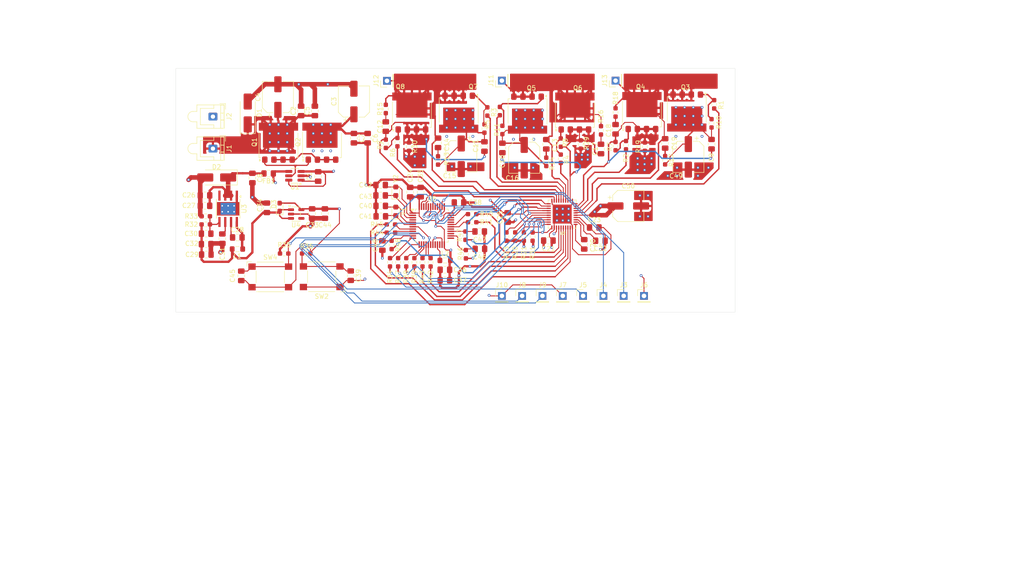
<source format=kicad_pcb>
(kicad_pcb (version 20241229) (generator "pcbnew") (generator_version "9.0")
  (layers (0 "F.Cu" signal "TOP - F.Cu") (4 "In1.Cu" power "GND - In1.Cu") (6 "In2.Cu" power "PWR - In2.Cu") (2 "B.Cu" signal "Bottom - B.Cu") (13 "F.Paste" user) (15 "B.Paste" user) (5 "F.SilkS" user "F.Silkscreen") (7 "B.SilkS" user "B.Silkscreen") (1 "F.Mask" user) (3 "B.Mask" user) (25 "Edge.Cuts" user))
  (net 0 "")
  (net 1 "/BAT+")
  (net 2 "GND")
  (net 3 "Net-(Q1-S-Pad2)")
  (net 4 "Net-(Q1-G)")
  (net 5 "Net-(U1-VCAP)")
  (net 6 "/V_AUX")
  (net 7 "Net-(C13-Pad1)")
  (net 8 "Net-(C14-Pad1)")
  (net 9 "Net-(Q3-G)")
  (net 10 "Net-(Q4-G)")
  (net 11 "Net-(Q5-G)")
  (net 12 "Net-(Q6-G)")
  (net 13 "Net-(Q7-G)")
  (net 14 "Net-(Q8-G)")
  (net 15 "Net-(C17-Pad2)")
  (net 16 "Net-(C18-Pad2)")
  (net 17 "Net-(U2-CPL)")
  (net 18 "Net-(U2-CPH)")
  (net 19 "Net-(U2-VCP)")
  (net 20 "/Driver/3V3_DV")
  (net 21 "Net-(U3-BOOT)")
  (net 22 "Net-(U3-SW)")
  (net 23 "/5V")
  (net 24 "Net-(U3-FB)")
  (net 25 "Net-(U3-VCC)")
  (net 41 "/MCU/BOOT0")
  (net 42 "/MCU/NRST")
  (net 43 "/MCU/OSC_IN")
  (net 44 "/MCU/OSC_OUT")
  (net 45 "/MCU/OSC32_IN")
  (net 46 "/MCU/OSC32_OUT")
  (net 47 "/MCU/SWCLK")
  (net 48 "/MCU/SWDIO")
  (net 49 "/MCU/ADC1_IN11")
  (net 50 "/MCU/ADC1_IN4")
  (net 51 "/MCU/VDDA")
  (net 52 "/MCU/SPI1_NSS{slash}CS")
  (net 53 "/MCU/SPI1_SCK")
  (net 54 "/MCU/SPI1_MISO")
  (net 55 "/MCU/SPI1_MOSI")
  (net 56 "/MCU/TIM1_CH1")
  (net 57 "/MCU/TIM1_CH2")
  (net 58 "/MCU/TIM2_CH1")
  (net 59 "/MCU/TIM2_CH2")
  (net 60 "/MCU/TIM3_CH3")
  (net 61 "/MCU/TIM3_CH4")
  (net 62 "Net-(C12-Pad2)")
  (net 63 "Net-(C19-Pad1)")
  (net 64 "/MCU/USART2_TX")
  (net 65 "/MCU/USART2_RX")
  (net 66 "GH_A")
  (net 67 "GL_A")
  (net 68 "GH_B")
  (net 69 "GL_B")
  (net 70 "GH_C")
  (net 71 "GL_C")
  (net 72 "3V3")
  (net 73 "SDO")
  (net 74 "INHA")
  (net 75 "INLA")
  (net 76 "INHB")
  (net 77 "INLB")
  (net 78 "INHC")
  (net 79 "INLC")
  (net 80 "SCLK")
  (net 81 "SOB")
  (net 82 "nSCS")
  (net 83 "SDI")
  (net 84 "SOC")
  (net 85 "SOA")
  (net 86 "EN_DV")
  (net 87 "NFAULT")
  (net 88 "CAL_DV")
  (net 89 "/MCU/ADC1_IN5")
  (net 90 "SPA")
  (net 91 "SPC")
  (net 92 "SPB")
  (net 93 "V_B_OUT")
  (net 94 "V_C_OUT")
  (net 95 "V_A_OUT")
  (net 96 "V_MOTORS")
  (footprint "Resistor_SMD:R_0603_1608Metric_Pad0.98x0.95mm_HandSolder" (layer "F.Cu") (at 127.381 65.1275 -90)
    (property "Reference" "R20")
    (property "Value" "10k")
  )
  (footprint "Resistor_SMD:R_0603_1608Metric_Pad0.98x0.95mm_HandSolder" (layer "F.Cu") (at 170.363 40.3275 -90)
    (property "Reference" "R10")
    (property "Value" "47-100k")
  )
  (footprint "Inductor_SMD:L_0805_2012Metric_Pad1.05x1.20mm_HandSolder" (layer "F.Cu") (at 112.0495 70.346 180)
    (property "Reference" "L2")
    (property "Value" "6.8uH")
  )
  (footprint "Capacitor_SMD:C_0805_2012Metric_Pad1.18x1.45mm_HandSolder" (layer "F.Cu") (at 99.06 41.0425 90)
    (property "Reference" "C12")
    (property "Value" "100nF")
  )
  (footprint "Inductor_SMD:L_0805_2012Metric_Pad1.05x1.20mm_HandSolder" (layer "F.Cu") (at 66.578 67.849 180)
    (property "Reference" "L1")
    (property "Value" "10uH")
  )
  (footprint "Package_TO_SOT_SMD:SOT-23-6_Handsoldering" (layer "F.Cu") (at 79.168 51.816 180)
    (property "Reference" "U1")
    (property "Value" "LM74700")
  )
  (footprint "Capacitor_SMD:C_0805_2012Metric_Pad1.18x1.45mm_HandSolder" (layer "F.Cu") (at 120.65 45.4075 -90)
    (property "Reference" "C11")
    (property "Value" "0.1uF")
  )
  (footprint "Diode_SMD:D_SMA_Handsoldering" (layer "F.Cu") (at 68.834 38.06 90)
    (property "Reference" "D1")
    (property "Value" "SMAJ400A")
  )
  (footprint "Button_Switch_SMD:SW_SPST_Omron_B3FS-101xP" (layer "F.Cu") (at 85.026 73.914 180)
    (property "Reference" "SW2")
    (property "Value" "SW_Omron_B3FS")
  )
  (footprint "Resistor_SMD:R_0603_1608Metric_Pad0.98x0.95mm_HandSolder" (layer "F.Cu") (at 120.65 41.4725 -90)
    (property "Reference" "R12" (hide yes))
    (property "Value" "47-100k")
  )
  (footprint "Resistor_SMD:R_0603_1608Metric_Pad0.98x0.95mm_HandSolder" (layer "F.Cu") (at 99.06 44.8075 90)
    (property "Reference" "R9")
    (property "Value" "47-100k")
  )
  (footprint "Resistor_SMD:R_0603_1608Metric_Pad0.98x0.95mm_HandSolder" (layer "F.Cu") (at 170.942 36.1715 90)
    (property "Reference" "R1")
    (property "Value" "25")
  )
  (footprint "Capacitor_SMD:C_0805_2012Metric_Pad1.18x1.45mm_HandSolder" (layer "F.Cu") (at 119.6125 64.008)
    (property "Reference" "C47")
    (property "Value" "12pF")
  )
  (footprint "Capacitor_SMD:CP_Elec_6.3x5.9" (layer "F.Cu") (at 152.14 58.42)
    (property "Reference" "C50")
    (property "Value" ">=10uF")
  )
  (footprint "Capacitor_SMD:C_0805_2012Metric_Pad1.18x1.45mm_HandSolder" (layer "F.Cu") (at 91.376 73.6815 90)
    (property "Reference" "C39")
    (property "Value" "0.1uF")
  )
  (footprint "Capacitor_SMD:C_0805_2012Metric_Pad1.18x1.45mm_HandSolder" (layer "F.Cu") (at 73.025 58.8225 90)
    (property "Reference" "C34")
    (property "Value" "1uF")
  )
  (footprint "Capacitor_SMD:C_0805_2012Metric_Pad1.18x1.45mm_HandSolder" (layer "F.Cu") (at 125.73 60.9385 90)
    (property "Reference" "C25")
    (property "Value" "47nF")
  )
  (footprint "Resistor_SMD:R_0603_1608Metric_Pad0.98x0.95mm_HandSolder" (layer "F.Cu") (at 149.352 37.9495 90)
    (property "Reference" "R18")
    (property "Value" "6.8")
  )
  (footprint "Capacitor_SMD:C_0805_2012Metric_Pad1.18x1.45mm_HandSolder" (layer "F.Cu") (at 59.7715 69.058)
    (property "Reference" "C29")
    (property "Value" "22uF")
  )
  (footprint "Button_Switch_SMD:SW_SPST_Omron_B3FS-101xP" (layer "F.Cu") (at 73.77 73.95)
    (property "Reference" "SW4")
    (property "Value" "SW_Omron_B3FS")
  )
  (footprint "Connector_JST:JST_XH_B1B-XH-AM_1x01_P2.50mm_Vertical" (layer "F.Cu") (at 61.214 38.862 -90)
    (property "Reference" "J2")
    (property "Value" "Conn_01x01_Pin")
  )
  (footprint "Resistor_SMD:R_0603_1608Metric_Pad0.98x0.95mm_HandSolder" (layer "F.Cu") (at 116.4875 64.9205 -90)
    (property "Reference" "R47")
    (property "Value" "100")
  )
  (footprint "Resistor_SMD:R_0603_1608Metric_Pad0.98x0.95mm_HandSolder" (layer "F.Cu") (at 117.9595 61.984 180)
    (property "Reference" "R41")
    (property "Value" "33")
  )
  (footprint "Package_SO:Texas_HTSOP-8-1EP_3.9x4.9mm_P1.27mm_EP2.95x4.9mm_Mask2.4x3.1mm_ThermalVias" (layer "F.Cu") (at 64.546 59.04 -90)
    (property "Reference" "U3")
    (property "Value" "LMR36510ADDA")
  )
  (footprint "Resistor_SMD:R_0603_1608Metric_Pad0.98x0.95mm_HandSolder" (layer "F.Cu") (at 155.758 45.4425 90)
    (property "Reference" "R19")
    (property "Value" "3m")
  )
  (footprint "Resistor_SMD:R_0603_1608Metric_Pad0.98x0.95mm_HandSolder" (layer "F.Cu") (at 151.638 45.1085 90)
    (property "Reference" "R2")
    (property "Value" "25")
  )
  (footprint "Resistor_SMD:R_0603_1608Metric_Pad0.98x0.95mm_HandSolder" (layer "F.Cu") (at 146.164 41.8635 90)
    (property "Reference" "R16")
    (property "Value" "6.8")
  )
  (footprint "Capacitor_SMD:C_0805_2012Metric_Pad1.18x1.45mm_HandSolder" (layer "F.Cu") (at 59.7285 66.772)
    (property "Reference" "C32")
    (property "Value" "22uF")
  )
  (footprint "Capacitor_SMD:C_0805_2012Metric_Pad1.18x1.45mm_HandSolder" (layer "F.Cu") (at 124.574 45.7185 -90)
    (property "Reference" "C10")
    (property "Value" "0.1uF")
  )
  (footprint "Resistor_SMD:R_0603_1608Metric_Pad0.98x0.95mm_HandSolder" (layer "F.Cu") (at 116.586 68.9845 -90)
    (property "Reference" "R46")
    (property "Value" "100")
  )
  (footprint "Connector_PinHeader_2.54mm:PinHeader_1x01_P2.54mm_Vertical" (layer "F.Cu") (at 124.46 30.988 90)
    (property "Reference" "J11")
    (property "Value" "Conn_01x01_Pin")
  )
  (footprint "Connector_PinHeader_2.54mm:PinHeader_1x01_P2.54mm_Vertical" (layer "F.Cu") (at 137.795 78.105)
    (property "Reference" "J7")
    (property "Value" "Conn_01x01_Pin")
  )
  (footprint "Capacitor_SMD:C_0805_2012Metric_Pad1.18x1.45mm_HandSolder" (layer "F.Cu") (at 59.4745 58.39 180)
    (property "Reference" "C27")
    (property "Value" "220nF")
  )
  (footprint "Resistor_SMD:R_0603_1608Metric_Pad0.98x0.95mm_HandSolder" (layer "F.Cu") (at 59.6465 62.454 180)
    (property "Reference" "R32")
    (property "Value" "180k")
  )
  (footprint "Package_TO_SOT_SMD:LFPAK88" (layer "F.Cu") (at 130.084 38.316 -90)
    (property "Reference" "Q5")
    (property "Value" "SQJQ480E")
  )
  (footprint "Capacitor_SMD:C_0805_2012Metric_Pad1.18x1.45mm_HandSolder" (layer "F.Cu") (at 97.9455 58.408 180)
    (property "Reference" "C40")
    (property "Value" "20pF")
  )
  (footprint "Capacitor_SMD:C_0805_2012Metric_Pad1.18x1.45mm_HandSolder" (layer "F.Cu") (at 170.363 44.8975 -90)
    (property "Reference" "C9")
    (property "Value" "0.1uF")
  )
  (footprint "Connector_PinHeader_2.54mm:PinHeader_1x01_P2.54mm_Vertical" (layer "F.Cu") (at 128.905 78.105)
    (property "Reference" "J8")
    (property "Value" "Conn_01x01_Pin")
  )
  (footprint "Capacitor_SMD:C_0805_2012Metric_Pad1.18x1.45mm_HandSolder" (layer "F.Cu") (at 97.967 60.694 180)
    (property "Reference" "C41")
    (property "Value" "20pF")
  )
  (footprint "Capacitor_SMD:C_0805_2012Metric_Pad1.18x1.45mm_HandSolder" (layer "F.Cu") (at 111.9925 74.676)
    (property "Reference" "C37")
    (property "Value" "0.1uF")
  )
  (footprint "Resistor_SMD:R_0603_1608Metric_Pad0.98x0.95mm_HandSolder" (layer "F.Cu") (at 100.33 66.9525 -90)
    (property "Reference" "R48")
    (property "Value" "100")
  )
  (footprint "Resistor_SMD:R_0603_1608Metric_Pad0.98x0.95mm_HandSolder" (layer "F.Cu") (at 101.6 44.45 90)
    (property "Reference" "R6")
    (property "Value" "25")
  )
  (footprint "Capacitor_SMD:C_0805_2012Metric_Pad1.18x1.45mm_HandSolder" (layer "F.Cu") (at 85.725 60.08 -90)
    (property "Reference" "C44")
    (property "Value" "100nF")
  )
  (footprint "Capacitor_SMD:C_0805_2012Metric_Pad1.18x1.45mm_HandSolder" (layer "F.Cu") (at 92.075 43.5825 -90)
    (property "Reference" "C7")
    (property "Value" "1-10uF")
  )
  (footprint "Resistor_SMD:R_0603_1608Metric_Pad0.98x0.95mm_HandSolder" (layer "F.Cu") (at 99.06 37.1875 90)
    (property "Reference" "R15")
    (property "Value" "6.8")
  )
  (footprint "Capacitor_SMD:C_0805_2012Metric_Pad1.18x1.45mm_HandSolder" (layer "F.Cu") (at 134.184 44.9135 90)
    (property "Reference" "C13")
    (property "Value" "100nF")
  )
  (footprint "Capacitor_SMD:C_0805_2012Metric_Pad1.18x1.45mm_HandSolder" (layer "F.Cu") (at 83.528 37.6135 90)
    (property "Reference" "C5")
    (property "Value" "1-10uF")
  )
  (footprint "Capacitor_SMD:CP_Elec_6.3x5.9" (layer "F.Cu") (at 92.075 35.56 90)
    (property "Reference" "C3")
    (property "Value" "47-100uF")
  )
  (footprint "Resistor_SMD:R_0603_1608Metric_Pad0.98x0.95mm_HandSolder" (layer "F.Cu") (at 141.719 44.9585 90)
    (property "Reference" "R29")
    (property "Value" "3m")
  )
  (footprint "Package_TO_SOT_SMD:LFPAK88" (layer "F.Cu") (at 164.938 37.855 -90)
    (property "Reference" "Q3")
    (property "Value" "SQJQ480E")
  )
  (footprint "Resistor_SMD:R_0603_1608Metric_Pad0.98x0.95mm_HandSolder" (layer "F.Cu") (at 137.359 44.5535 -90)
    (property "Reference" "R8")
    (property "Value" "47-100k")
  )
  (footprint "Crystal:Crystal_SMD_2012-2Pin_2.0x1.2mm_HandSoldering" (layer "F.Cu") (at 101.2475 59.587 90)
    (property "Reference" "Y1")
    (property "Value" "8MHz")
  )
  (footprint "Resistor_SMD:R_0603_1608Metric_Pad0.98x0.95mm_HandSolder" (layer "F.Cu") (at 100.1795 62.472)
    (property "Reference" "R45")
    (property "Value" "33")
  )
  (footprint "Resistor_SMD:R_0603_1608Metric_Pad0.98x0.95mm_HandSolder" (layer "F.Cu") (at 101.7555 70.7505 -90)
    (property "Reference" "R37")
    (property "Value" "33")
  )
  (footprint "Capacitor_SMD:C_0805_2012Metric_Pad1.18x1.45mm_HandSolder" (layer "F.Cu") (at 134.6415 65.997)
    (property "Reference" "C21")
    (property "Value" "1uF")
  )
  (footprint "DRV8323SRTAT:QFN50P600X600X80-41N415X415" (layer "F.Cu") (at 137.668 60.198 180)
    (property "Reference" "U2")
    (property "Value" "DRV8323SRTAT")
  )
  (footprint "Package_QFP:LQFP-48_7x7mm_P0.5mm" (layer "F.Cu") (at 109.1215 62.726)
    (property "Reference" "U5")
    (property "Value" "STM32G431CBTx")
  )
  (footprint "Capacitor_SMD:C_0805_2012Metric_Pad1.18x1.45mm_HandSolder" (layer "F.Cu") (at 82.931 60.08 -90)
    (property "Reference" "C33")
    (property "Value" "1uF")
  )
  (footprint "Capacitor_SMD:C_0805_2012Metric_Pad1.18x1.45mm_HandSolder" (layer "F.Cu") (at 67.42 73.7175 -90)
    (property "Reference" "C45")
    (property "Value" "0.1uF")
  )
  (footprint "Diode_SMD:D_SMA_Handsoldering" (layer "F.Cu") (at 62.046 52.182 180)
    (property "Reference" "D2")
    (property "Value" "SMAJ400A")
  )
  (footprint "Capacitor_SMD:CP_Elec_6.3x5.9" (layer "F.Cu") (at 75.438 34.581 90)
    (property "Reference" "C4")
    (property "Value" "100-470uF")
  )
  (footprint "Capacitor_SMD:C_0805_2012Metric_Pad1.18x1.45mm_HandSolder" (layer "F.Cu") (at 115.0835 57.658 180)
    (property "Reference" "C38")
    (property "Value" "0.1uF")
  )
  (footprint "Capacitor_SMD:C_0805_2012Metric_Pad1.18x1.45mm_HandSolder" (layer "F.Cu") (at 80.518 37.6135 90)
    (property "Reference" "C2")
    (property "Value" "0.1uF")
  )
  (footprint "Resistor_SMD:R_0603_1608Metric_Pad0.98x0.95mm_HandSolder" (layer "F.Cu") (at 105.3115 70.7505 -90)
    (property "Reference" "R39")
    (property "Value" "33")
  )
  (footprint "Connector_PinHeader_2.54mm:PinHeader_1x01_P2.54mm_Vertical" (layer "F.Cu") (at 99.314 31.0225 90)
    (property "Reference" "J12")
    (property "Value" "Conn_01x01_Pin")
  )
  (footprint "Capacitor_SMD:C_0805_2012Metric_Pad1.18x1.45mm_HandSolder" (layer "F.Cu") (at 146.164 45.951 90)
    (property "Reference" "C17")
    (property "Value" "100nF")
  )
  (footprint "Capacitor_SMD:CP_Elec_6.3x5.9" (layer "F.Cu") (at 165.283 47.67 -90)
    (property "Reference" "C49")
    (property "Value" "100-220uF")
  )
  (footprint "Resistor_SMD:R_0603_1608Metric_Pad0.98x0.95mm_HandSolder" (layer "F.Cu") (at 100.1795 64.25)
    (property "Reference" "R44")
    (property "Value" "33")
  )
  (footprint "Resistor_SMD:R_0603_1608Metric_Pad0.98x0.95mm_HandSolder" (layer "F.Cu") (at 117.9595 60.206 180)
    (property "Reference" "R40")
    (property "Value" "33")
  )
  (footprint "Connector_PinHeader_2.54mm:PinHeader_1x01_P2.54mm_Vertical" (layer "F.Cu") (at 151.13 78.105)
    (property "Reference" "J3")
    (property "Value" "Conn_01x01_Pin")
  )
  (footprint "Connector_PinHeader_2.54mm:PinHeader_1x01_P2.54mm_Vertical" (layer "F.Cu") (at 146.685 78.105)
    (property "Reference" "J4")
    (property "Value" "Conn_01x01_Pin")
  )
  (footprint "Capacitor_SMD:CP_Elec_6.3x5.9" (layer "F.Cu") (at 115.57 47.545 -90)
    (property "Reference" "C15")
    (property "Value" "100-220uF")
  )
  (footprint "Package_TO_SOT_SMD:SOT-23-5" (layer "F.Cu") (at 79.441 60.191)
    (property "Reference" "U4")
    (property "Value" "TLV75533PDBV")
  )
  (footprint "Resistor_SMD:R_0603_1608Metric_Pad0.98x0.95mm_HandSolder" (layer "F.Cu") (at 129.286 65.1275 -90)
    (property "Reference" "R21")
    (property "Value" "10k")
  )
  (footprint "Capacitor_SMD:C_0805_2012Metric_Pad1.18x1.45mm_HandSolder" (layer "F.Cu") (at 119.6555 67.818)
    (property "Reference" "C46")
    (property "Value" "12pF")
  )
  (footprint "Resistor_SMD:R_0603_1608Metric_Pad0.98x0.95mm_HandSolder" (layer "F.Cu") (at 134.184 48.7685 90)
    (property "Reference" "R14")
    (property "Value" "6.8")
  )
  (footprint "Crystal:Crystal_SMD_2012-2Pin_2.0x1.2mm_HandSoldering" (layer "F.Cu") (at 101.2475 55.197 90)
    (property "Reference" "Y2")
    (property "Value" "32.768kHz")
  )
  (footprint "Diode_SMD:D_0603_1608Metric_Pad1.05x0.95mm_HandSolder" (layer "F.Cu") (at 75.819 58.6755 90)
    (property "Reference" "D3")
    (property "Value" "D_Schottky")
  )
  (footprint "Capacitor_SMD:C_0805_2012Metric_Pad1.18x1.45mm_HandSolder" (layer "F.Cu") (at 97.924 53.836 180)
    (property "Reference" "C42")
    (property "Value" "12pF")
  )
  (footprint "Capacitor_SMD:C_0805_2012Metric_Pad1.18x1.45mm_HandSolder" (layer "F.Cu") (at 104.394 55.3935 -90)
    (property "Reference" "C24")
    (property "Value" "0.1uF")
  )
  (footprint "Capacitor_SMD:C_0805_2012Metric_Pad1.18x1.45mm_HandSolder" (layer "F.Cu") (at 149.352 41.6345 90)
    (property "Reference" "C18")
    (property "Value" "100nF")
  )
  (footprint "Capacitor_SMD:C_0805_2012Metric_Pad1.18x1.45mm_HandSolder" (layer "F.Cu") (at 69.85 52.3025 -90)
    (property "Reference" "C8")
    (property "Value" "1uF")
  )
  (footprint "Resistor_SMD:R_0603_1608Metric_Pad0.98x0.95mm_HandSolder" (layer "F.Cu") (at 125.476 65.1275 -90)
    (property "Reference" "R23")
    (property "Value" "10k")
  )
  (footprint "Capacitor_SMD:C_0805_2012Metric_Pad1.18x1.45mm_HandSolder" (layer "F.Cu") (at 59.7285 64.486)
    (property "Reference" "C30")
    (property "Value" "0.1uF")
  )
  (footprint "Package_TO_SOT_SMD:LFPAK88" (layer "F.Cu") (at 115.014 38.11 -90)
    (property "Reference" "Q7")
    (property "Value" "SQJQ480E")
  )
  (footprint "Capacitor_SMD:C_0805_2012Metric_Pad1.18x1.45mm_HandSolder" (layer "F.Cu") (at 144.6885 63.133)
    (property "Reference" "C23")
    (property "Value" "0.1uF")
  )
  (footprint "Capacitor_SMD:C_0805_2012Metric_Pad1.18x1.45mm_HandSolder" (layer "F.Cu") (at 59.4745 56.104 180)
    (property "Reference" "C26")
    (property "Value" "4.7uF")
  )
  (footprint "Package_TO_SOT_SMD:LFPAK88" (layer "F.Cu") (at 85.09 44.465 90)
    (property "Reference" "Q2")
    (property "Value" "SQJQ480E")
  )
  (footprint "Connector_PinHeader_2.54mm:PinHeader_1x01_P2.54mm_Vertical" (layer "F.Cu") (at 149.352 30.988 90)
    (property "Reference" "J13")
    (property "Value" "Conn_01x01_Pin")
  )
  (footprint "Capacitor_SMD:C_0805_2012Metric_Pad1.18x1.45mm_HandSolder" (layer "F.Cu") (at 160.203 44.7275 90)
    (property "Reference" "C19")
    (property "Value" "100nF")
  )
  (footprint "Capacitor_SMD:C_0805_2012Metric_Pad1.18x1.45mm_HandSolder" (layer "F.Cu") (at 142.494 66.8235 -90)
    (property "Reference" "C20")
    (property "Value" "47nF")
  )
  (footprint "Resistor_SMD:R_0603_1608Metric_Pad0.98x0.95mm_HandSolder" (layer "F.Cu") (at 104.14 45.4425 90)
    (property "Reference" "R30")
    (property "Value" "3m")
  )
  (footprint "Resistor_SMD:R_0603_1608Metric_Pad0.98x0.95mm_HandSolder" (layer "F.Cu") (at 103.5335 70.7505 -90)
    (property "Reference" "R38")
    (property "Value" "33")
  )
  (footprint "Capacitor_SMD:C_0805_2012Metric_Pad1.18x1.45mm_HandSolder" (layer "F.Cu") (at 111.9925 72.39)
    (property "Reference" "C36")
    (property "Value" "0.1uF")
  )
  (footprint "Capacitor_SMD:C_0805_2012Metric_Pad1.18x1.45mm_HandSolder" (layer "F.Cu") (at 66.5565 65.309)
    (property "Reference" "C28")
    (property "Value" "0.1uF")
  )
  (footprint "Connector_PinHeader_2.54mm:PinHeader_1x01_P2.54mm_Vertical" (layer "F.Cu") (at 155.575 78.105)
    (property "Reference" "J6")
    (property "Value" "Conn_01x01_Pin")
  )
  (footprint "Capacitor_SMD:C_0805_2012Metric_Pad1.18x1.45mm_HandSolder" (layer "F.Cu") (at 95.085 43.5825 -90)
    (property "Reference" "C6")
    (property "Value" "0.1-10uF")
  )
  (footprint "Capacitor_SMD:CP_Elec_6.3x5.9" (layer "F.Cu") (at 129.358 47.856 -90)
    (property "Reference" "C16")
    (property "Value" "100-220uF")
  )
  (footprint "Package_TO_SOT_SMD:LFPAK88" (layer "F.Cu") (at 75.565 44.465 90)
    (property "Reference" "Q1")
    (property "Value" "SQJQ480E")
  )
  (footprint "Connector_PinHeader_2.54mm:PinHeader_1x01_P2.54mm_Vertical" (layer "F.Cu") (at 133.35 78.105)
    (property "Reference" "J9")
    (property "Value" "Conn_01x01_Pin")
  )
  (footprint "Resistor_SMD:R_0603_1608Metric_Pad0.98x0.95mm_HandSolder" (layer "F.Cu") (at 99.9775 70.7505 -90)
    (property "Reference" "R34")
    (property "Value" "33")
  )
  (footprint "Resistor_SMD:R_0603_1608Metric_Pad0.98x0.95mm_HandSolder" (layer "F.Cu") (at 149.352 45.3155 90)
    (property "Reference" "R7")
    (property "Value" "47-100k")
  )
  (footprint "Resistor_SMD:R_0603_1608Metric_Pad0.98x0.95mm_HandSolder" (layer "F.Cu") (at 131.191 65.1275 90)
    (property "Reference" "R31")
    (property "Value" "10k")
  )
  (footprint "Capacitor_SMD:C_0805_2012Metric_Pad1.18x1.45mm_HandSolder" (layer "F.Cu") (at 84.248 51.9685 -90)
    (property "Reference" "C1")
    (property "Value" "0.1-0.22uF")
  )
  (footprint "Resistor_SMD:R_0603_1608Metric_Pad0.98x0.95mm_HandSolder" (layer "F.Cu") (at 137.359 48.086 90)
    (property "Reference" "R4")
    (property "Value" "25")
  )
  (footprint "Resistor_SMD:R_0603_1608Metric_Pad0.98x0.95mm_HandSolder" (layer "F.Cu") (at 59.6465 60.676)
    (property "Reference" "R33")
    (property "Value" "24.9k")
  )
  (footprint "Package_TO_SOT_SMD:LFPAK88" (layer "F.Cu") (at 140.449 37.861 90)
    (property "Reference" "Q6")
    (property "Value" "SQJQ480E")
  )
  (footprint "Resistor_SMD:R_0603_1608Metric_Pad0.98x0.95mm_HandSolder" (layer "F.Cu") (at 81.6375 68.834 180)
    (property "Reference" "R36")
    (property "Value" "10k")
  )
  (footprint "Resistor_SMD:R_0603_1608Metric_Pad0.98x0.95mm_HandSolder" (layer "F.Cu") (at 108.8675 70.7505 90)
    (property "Reference" "R42")
    (property "Value" "33")
  )
  (footprint "Resistor_SMD:R_0603_1608Metric_Pad0.98x0.95mm_HandSolder" (layer "F.Cu") (at 124.574 41.7835 -90)
    (property "Reference" "R11")
    (property "Value" "47-100k")
  )
  (footprint "Connector_JST:JST_XH_B1B-XH-AM_1x01_P2.50mm_Vertical" (layer "F.Cu") (at 61.214 45.867 -90)
    (property "Reference" "J1")
    (property "Value" "Conn_01x01_Pin")
  )
  (footprint "Capacitor_SMD:C_0805_2012Metric_Pad1.18x1.45mm_HandSolder" (layer "F.Cu") (at 63.276 65.5845 -90)
    (property "Reference" "C31")
    (property "Value" "0.1uF")
  )
  (footprint "Capacitor_SMD:C_0805_2012Metric_Pad1.18x1.45mm_HandSolder" (layer "F.Cu") (at 110.49 44.6025 90)
    (property "Reference" "C14")
    (property "Value" "100nF")
  )
  (footprint "Resistor_SMD:R_0603_1608Metric_Pad0.98x0.95mm_HandSolder" (layer "F.Cu") (at 160.203 48.4125 90)
    (property "Reference" "R17")
    (property "Value" "6.8")
  )
  (footprint "Capacitor_SMD:C_0805_2012Metric_Pad1.18x1.45mm_HandSolder" (layer "F.Cu") (at 98.298 67.0775 -90)
    (property "Reference" "C48")
    (property "Value" "12pF")
  )
  (footprint "Inductor_SMD:L_0805_2012Metric_Pad1.15x1.40mm_HandSolder" (layer "F.Cu") (at 73.415 51.308 180)
    (property "Reference" "FB1")
    (property "Value" "FerriteBead")
  )
  (footprint "Package_TO_SOT_SMD:LFPAK88" (layer "F.Cu") (at 155.123 37.755 90)
    (property "Reference" "Q4")
    (property "Value" "SQJQ480E")
  )
  (footprint "Resistor_SMD:R_0603_1608Metric_Pad0.98x0.95mm_HandSolder" (layer "F.Cu") (at 121.285 37.7425 90)
    (property "Reference" "R5")
    (property "Value" "25")
  )
  (footprint "Resistor_SMD:R_0603_1608Metric_Pad0.98x0.95mm_HandSolder" (layer "F.Cu") (at 107.0895 70.7505 90)
    (property "Reference" "R43")
    (property "Value" "33")
  )
  (footprint "Capacitor_SMD:C_0805_2012Metric_Pad1.18x1.45mm_HandSolder" (layer "F.Cu") (at 97.924 56.122 180)
    (property "Reference" "C43")
    (property "Value" "12pF")
  )
  (footprint "Resistor_SMD:R_0603_1608Metric_Pad0.98x0.95mm_HandSolder" (layer "F.Cu") (at 110.49 48.4575 90)
    (property "Reference" "R13")
    (property "Value" "6.8")
  )
  (footprint "Resistor_SMD:R_0603_1608Metric_Pad0.98x0.95mm_HandSolder" (layer "F.Cu") (at 124.024 37.6485 90)
    (property "Reference" "R3")
    (property "Value" "25")
  )
  (footprint "Connector_PinHeader_2.54mm:PinHeader_1x01_P2.54mm_Vertical" (layer "F.Cu") (at 124.46 78.105)
    (property "Reference" "J10")
    (property "Value" "Conn_01x01_Pin")
  )
  (footprint "Resistor_SMD:R_0603_1608Metric_Pad0.98x0.95mm_HandSolder" (layer "F.Cu") (at 76.8115 68.834 180)
    (property "Reference" "R35")
    (property "Value" "10k")
  )
  (footprint "Capacitor_SMD:C_0805_2012Metric_Pad1.18x1.45mm_HandSolder" (layer "F.Cu") (at 106.68 55.3935 -90)
    (property "Reference" "C35")
    (property "Value" "0.1uF")
  )
  (footprint "Capacitor_SMD:C_0805_2012Metric_Pad1.18x1.45mm_HandSolder" (layer "F.Cu") (at 146.0285 66.04 180)
    (property "Reference" "C22")
    (property "Value" "1uF")
  )
  (footprint "Connector_PinHeader_2.54mm:PinHeader_1x01_P2.54mm_Vertical" (layer "F.Cu") (at 142.24 78.105)
    (property "Reference" "J5")
    (property "Value" "Conn_01x01_Pin")
  )
  (footprint "Package_TO_SOT_SMD:LFPAK88" (layer "F.Cu") (at 104.775 37.855 90)
    (property "Reference" "Q8")
    (property "Value" "SQJQ480E")
  )
  (gr_rect (start 53.086 28.321) (end 175.514 81.661) (stroke (width 0.05)) (fill no) (layer "Edge.Cuts"))
  (segment (start 84.248 50.931) (end 87.499 50.931) (width 0.5) (layer "F.Cu") (net 1))
  (segment (start 71.755 40.655) (end 72.015 40.915) (width 0.3) (layer "F.Cu") (net 1))
  (segment (start 80.518 38.651) (end 80.094 38.651) (width 0.5) (layer "F.Cu") (net 1))
  (segment (start 87.499 50.931) (end 87.63 50.8) (width 0.5) (layer "F.Cu") (net 1))
  (segment (start 85.852 51.562) (end 85.221 50.931) (width 0.25) (layer "F.Cu") (net 1))
  (segment (start 85.344 54.102) (end 85.852 53.594) (width 0.25) (layer "F.Cu") (net 1))
  (segment (start 61.454 46.107) (end 61.214 45.867) (width 0.3) (layer "F.Cu") (net 1))
  (segment (start 84.183 50.866) (end 84.248 50.931) (width 0.5) (layer "F.Cu") (net 1))
  (segment (start 77.818 53.688) (end 78.232 54.102) (width 0.25) (layer "F.Cu") (net 1))
  (segment (start 85.852 53.594) (end 85.852 51.562) (width 0.25) (layer "F.Cu") (net 1))
  (segment (start 86.614 50.8) (end 86.483 50.931) (width 0.25) (layer "F.Cu") (net 1))
  (segment (start 77.818 52.766) (end 77.818 53.688) (width 0.25) (layer "F.Cu") (net 1))
  (segment (start 79.115 39.63) (end 79.115 40.915) (width 0.5) (layer "F.Cu") (net 1))
  (segment (start 83.528 38.651) (end 80.518 38.651) (width 0.5) (layer "F.Cu") (net 1))
  (segment (start 85.221 50.931) (end 84.248 50.931) (width 0.25) (layer "F.Cu") (net 1))
  (segment (start 78.232 54.102) (end 85.344 54.102) (width 0.25) (layer "F.Cu") (net 1))
  (segment (start 80.094 38.651) (end 79.115 39.63) (width 0.5) (layer "F.Cu") (net 1))
  (segment (start 84.248 50.931) (end 86.483 50.931) (width 0.25) (layer "F.Cu") (net 1))
  (segment (start 80.518 50.866) (end 84.183 50.866) (width 0.5) (layer "F.Cu") (net 1))
  (via (at 75.565 44.45) (size 0.6) (drill 0.3) (layers "F.Cu" "B.Cu") (net 1))
  (via (at 77.47 46.355) (size 0.6) (drill 0.3) (layers "F.Cu" "B.Cu") (net 1))
  (via (at 77.47 44.45) (size 0.6) (drill 0.3) (layers "F.Cu" "B.Cu") (net 1))
  (via (at 73.66 46.355) (size 0.6) (drill 0.3) (layers "F.Cu" "B.Cu") (net 1))
  (via (at 75.565 40.64) (size 0.6) (drill 0.3) (layers "F.Cu" "B.Cu") (net 1))
  (via (at 75.565 46.355) (size 0.6) (drill 0.3) (layers "F.Cu" "B.Cu") (net 1))
  (via (at 77.47 42.545) (size 0.6) (drill 0.3) (layers "F.Cu" "B.Cu") (net 1))
  (via (at 73.66 42.545) (size 0.6) (drill 0.3) (layers "F.Cu" "B.Cu") (net 1))
  (via (at 73.66 44.45) (size 0.6) (drill 0.3) (layers "F.Cu" "B.Cu") (net 1))
  (via (at 73.66 40.64) (size 0.6) (drill 0.3) (layers "F.Cu" "B.Cu") (net 1))
  (via (at 77.47 40.64) (size 0.6) (drill 0.3) (layers "F.Cu" "B.Cu") (net 1))
  (via (at 87.63 50.8) (size 0.6) (drill 0.3) (layers "F.Cu" "B.Cu") (net 1))
  (via (at 75.565 42.545) (size 0.6) (drill 0.3) (layers "F.Cu" "B.Cu") (net 1))
  (segment (start 107.692576 57.404) (end 107.95 57.146576) (width 0.2) (layer "F.Cu") (net 2))
  (segment (start 82.55 62.865) (end 80.852925 62.865) (width 0.5) (layer "F.Cu") (net 2))
  (segment (start 75.899 67.818925) (end 75.899 68.834) (width 0.5) (layer "F.Cu") (net 2))
  (segment (start 95.085 53.505) (end 95.085 44.62) (width 0.5) (layer "F.Cu") (net 2))
  (segment (start 108.839 55.87066) (end 108.839 55.753) (width 0.2) (layer "F.Cu") (net 2))
  (segment (start 111.3715 65.6515) (end 111.3715 66.8885) (width 0.2) (layer "F.Cu") (net 2))
  (segment (start 82.296 51.816) (end 82.55 52.07) (width 0.5) (layer "F.Cu") (net 2))
  (segment (start 91.096 31.781) (end 86.36 31.781) (width 1) (layer "F.Cu") (net 2))
  (segment (start 116.84 57.658) (end 117.094 57.658) (width 0.5) (layer "F.Cu") (net 2))
  (segment (start 135.382 66.294) (end 135.679 65.997) (width 0.5) (layer "F.Cu") (net 2))
  (segment (start 111.125 65.405) (end 111.3715 65.6515) (width 0.2) (layer "F.Cu") (net 2))
  (segment (start 109.3715 66.8885) (end 109.3715 65.8885) (width 0.2) (layer "F.Cu") (net 2))
  (segment (start 79.375 31.781) (end 75.438 31.781) (width 1) (layer "F.Cu") (net 2))
  (segment (start 109.855 65.405) (end 111.125 65.405) (width 0.2) (layer "F.Cu") (net 2))
  (segment (start 82.931 61.1175) (end 82.931 62.484) (width 1) (layer "F.Cu") (net 2))
  (segment (start 139.918 63.133) (end 139.849 63.064) (width 0.2) (layer "F.Cu") (net 2))
  (segment (start 80.852925 62.865) (end 75.899 67.818925) (width 0.5) (layer "F.Cu") (net 2))
  (segment (start 135.382 64.008) (end 134.874 64.516) (width 0.2) (layer "F.Cu") (net 2))
  (segment (start 131.318 67.31) (end 131.318 66.167) (width 0.5) (layer "F.Cu") (net 2))
  (segment (start 137.795 78.105) (end 135.382 75.692) (width 0.2) (layer "F.Cu") (net 2))
  (segment (start 114.3 76.454) (end 111.506 76.454) (width 0.5) (layer "F.Cu") (net 2))
  (segment (start 146.699 63.133) (end 145.726 63.133) (width 0.2) (layer "F.Cu") (net 2))
  (segment (start 107.442 54.356) (end 108.839 55.753) (width 0.5) (layer "F.Cu") (net 2))
  (segment (start 96.908 58.408) (end 96.908 56.1435) (width 0.5) (layer "F.Cu") (net 2))
  (segment (start 115.062 72.898) (end 115.062 73.66) (width 0.5) (layer "F.Cu") (net 2))
  (segment (start 72.644 31.75) (end 73.025 31.75) (width 1) (layer "F.Cu") (net 2))
  (segment (start 107.95 56.75966) (end 108.839 55.87066) (width 0.2) (layer "F.Cu") (net 2))
  (segment (start 63.276 68.169) (end 62.865 68.58) (width 1) (layer "F.Cu") (net 2))
  (segment (start 106.68 54.356) (end 107.442 54.356) (width 0.5) (layer "F.Cu") (net 2))
  (segment (start 138.865524 61.595) (end 137.795 61.595) (width 0.2) (layer "F.Cu") (net 2))
  (segment (start 120.693 70.569) (end 119.634 71.628) (width 0.5) (layer "F.Cu") (net 2))
  (segment (start 141.224 69.088) (end 147.066 69.088) (width 0.2) (layer "F.Cu") (net 2))
  (segment (start 110.955 75.903) (end 110.955 74.676) (width 0.5) (layer "F.Cu") (net 2))
  (segment (start 116.121 56.685) (end 116.121 57.658) (width 0.5) (layer "F.Cu") (net 2))
  (segment (start 96.8865 53.836) (end 94.754 53.836) (width 0.5) (layer "F.Cu") (net 2))
  (segment (start 119.634 71.628) (end 117.475 71.628) (width 0.5) (layer "F.Cu") (net 2))
  (segment (start 90.471 74.719) (end 89.026 76.164) (width 0.2) (layer "F.Cu") (net 2))
  (segment (start 73.025 31.75) (end 73.056 31.781) (width 1) (layer "F.Cu") (net 2))
  (segment (start 60.916 66.622) (end 60.766 66.772) (width 1) (layer "F.Cu") (net 2))
  (segment (start 116.121 57.658) (end 116.84 57.658) (width 0.5) (layer "F.Cu") (net 2))
  (segment (start 135.918 63.133) (end 135.918 63.618524) (width 0.2) (layer "F.Cu") (net 2))
  (segment (start 147.066 69.088) (end 148.336 67.818) (width 0.2) (layer "F.Cu") (net 2))
  (segment (start 127 61.976) (end 127.508 61.468) (width 0.5) (layer "F.Cu") (net 2))
  (segment (start 126.873 75.692) (end 124.46 78.105) (width 0.2) (layer "F.Cu") (net 2))
  (segment (start 69.85 56.515) (end 69.85 53.34) (width 1) (layer "F.Cu") (net 2))
  (segment (start 139.849 62.578476) (end 138.865524 61.595) (width 0.2) (layer "F.Cu") (net 2))
  (segment (start 122.428 58.674) (end 125.73 61.976) (width 0.5) (layer "F.Cu") (net 2))
  (segment (start 135.382 75.692) (end 126.873 75.692) (width 0.2) (layer "F.Cu") (net 2))
  (segment (start 118.11 58.674) (end 122.428 58.674) (width 0.5) (layer "F.Cu") (net 2))
  (segment (start 83.528 36.576) (end 83.528 32.759) (width 1) (layer "F.Cu") (net 2))
  (segment (start 58.437 56.104) (end 58.437 58.39) (width 0.5) (layer "F.Cu") (net 2))
  (segment (start 117.475 71.628) (end 116.332 71.628) (width 0.5) (layer "F.Cu") (net 2))
  (segment (start 124.46 78.105) (end 121.793 78.105) (width 0.2) (layer "F.Cu") (net 2))
  (segment (start 139.918 63.133) (end 139.918 67.782) (width 0.2) (layer "F.Cu") (net 2))
  (segment (start 109.3715 65.8885) (end 109.855 65.405) (width 0.2) (layer "F.Cu") (net 2))
  (segment (start 115.062 73.66) (end 115.062 75.692) (width 0.5) (layer "F.Cu") (net 2))
  (segment (start 114.276 60.476) (end 116.121 58.631) (width 0.2) (layer "F.Cu") (net 2))
  (segment (start 135.474 58.004) (end 136.525 59.055) (width 0.2) (layer "F.Cu") (net 2))
  (segment (start 82.0045 60.191) (end 82.931 61.1175) (width 0.3) (layer "F.Cu") (net 2))
  (segment (start 98.0625 52.66) (end 96.8865 53.836) (width 0.5) (layer "F.Cu") (net 2))
  (segment (start 81.026 76.164) (end 89.026 76.164) (width 0.2) (layer "F.Cu") (net 2))
  (segment (start 80.518 36.576) (end 80.518 32.924) (width 1) (layer "F.Cu") (net 2))
  (segment (start 115.062 75.692) (end 114.3 76.454) (width 0.5) (layer "F.Cu") (net 2))
  (segment (start 58.437 60.379) (end 58.734 60.676) (width 1) (layer "F.Cu") (net 2))
  (segment (start 117.094 57.658) (end 118.11 58.674) (width 0.5) (layer "F.Cu") (net 2))
  (segment (start 140.603 57.948) (end 139.918 57.948) (width 0.2) (layer "F.Cu") (net 2))
  (segment (start 92.075 32.76) (end 91.096 31.781) (width 1) (layer "F.Cu") (net 2))
  (segment (start 106.8715 57.7205) (end 107.188 57.404) (width 0.2) (layer "F.Cu") (net 2))
  (segment (start 91.376 74.719) (end 94.191 74.719) (width 0.2) (layer "F.Cu") (net 2))
  (segment (start 109.22 56.134) (end 115.57 56.134) (width 0.5) (layer "F.Cu") (net 2))
  (segment (start 58.437 53.291) (end 58.437 58.39) (width 1) (layer "F.Cu") (net 2))
  (segment (start 106.8715 58.5635) (end 106.8715 57.7205) (width 0.2) (layer "F.Cu") (net 2))
  (segment (start 66.451 56.165) (end 66.451 57.785) (width 0.5) (layer "F.Cu") (net 2))
  (segment (start 96.9295 60.694) (end 96.9295 58.4295) (width 0.5) (layer "F.Cu") (net 2))
  (segment (start 120.693 67.818) (end 120.693 70.569) (width 0.5) (layer "F.Cu") (net 2))
  (segment (start 116.121 58.631) (end 116.121 57.658) (width 0.2) (layer "F.Cu") (net 2))
  (segment (start 59.546 52.182) (end 58.437 53.291) (width 1) (layer "F.Cu") (net 2))
  (segment (start 113.284 60.476) (end 114.276 60.476) (width 0.2) (layer "F.Cu") (net 2))
  (segment (start 110.955 74.676) (end 110.955 72.39) (width 0.5) (layer "F.Cu") (net 2))
  (segment (start 91.376 74.719) (end 90.471 74.719) (width 0.2) (layer "F.Cu") (net 2))
  (segment (start 139.918 57.948) (end 137.668 60.198) (width 0.2) (layer "F.Cu") (net 2))
  (segment (start 106.68 54.356) (end 104.394 54.356) (width 0.5) (layer "F.Cu") (net 2))
  (segment (start 63.276 66.622) (end 63.276 68.169) (width 1) (layer "F.Cu") (net 2))
  (segment (start 135.918 62.202) (end 136.525 61.595) (width 0.2) (layer "F.Cu") (net 2))
  (segment (start 102.698 52.66) (end 98.0625 52.66) (width 0.5) (layer "F.Cu") (net 2))
  (segment (start 94.191 74.719) (end 94.488 74.422) (width 0.2) (layer "F.Cu") (net 2))
  (segment (start 139.918 57.263) (end 139.918 57.948) (width 0.2) (layer "F.Cu") (net 2))
  (segment (start 139.849 63.064) (end 139.849 62.578476) (width 0.2) (layer "F.Cu") (net 2))
  (segment (start 131.318 66.167) (end 131.191 66.04) (width 0.5) (layer "F.Cu") (net 2))
  (segment (start 80.518 32.924) (end 79.375 31.781) (width 1) (layer "F.Cu") (net 2))
  (segment (start 107.188 57.404) (end 107.692576 57.404) (width 0.2) (layer "F.Cu") (net 2))
  (segment (start 59.546 52.182) (end 56.403 52.182) (width 1) (layer "F.Cu") (net 2))
  (segment (start 78.3035 60.191) (end 82.0045 60.191) (width 0.3) (layer "F.Cu") (net 2))
  (segment (start 71.12 57.785) (end 69.85 56.515) (width 1) (layer "F.Cu") (net 2))
  (segment (start 68.834 35.56) (end 72.644 31.75) (width 1) (layer "F.Cu") (net 2))
  (segment (start 60.766 66.772) (end 60.766 69.015) (width 1) (layer "F.Cu") (net 2))
  (segment (start 73.025 57.785) (end 71.12 57.785) (width 1) (layer "F.Cu") (net 2))
  (segment (start 121.793 78.105) (end 121.666 77.978) (width 0.2) (layer "F.Cu") (net 2))
  (segment (start 135.418 57.263) (end 135.474 57.319) (width 0.2) (layer "F.Cu") (net 2))
  (segment (start 56.403 52.182) (end 55.88 52.705) (width 1) (layer "F.Cu") (net 2))
  (segment (start 94.754 53.836) (end 95.085 53.505) (width 0.5) (layer "F.Cu") (net 2))
  (segment (start 82.55 31.781) (end 80.01 31.781) (width 1) (layer "F.Cu") (net 2))
  (segment (start 139.918 67.782) (end 141.224 69.088) (width 0.2) (layer "F.Cu") (net 2))
  (segment (start 135.474 57.319) (end 135.474 58.004) (width 0.2) (layer "F.Cu") (net 2))
  (segment (start 148.336 64.77) (end 146.699 63.133) (width 0.2) (layer "F.Cu") (net 2))
  (segment (start 108.839 55.753) (end 109.22 56.134) (width 0.5) (layer "F.Cu") (net 2))
  (segment (start 118.618 57.658) (end 118.745 57.785) (width 0.5) (layer "F.Cu") (net 2))
  (segment (start 115.57 56.134) (end 116.121 56.685) (width 0.5) (layer "F.Cu") (net 2))
  (segment (start 66.451 57.785) (end 65.846 58.39) (width 0.5) (layer "F.Cu") (net 2))
  (segment (start 82.931 61.1175) (end 85.725 61.1175) (width 1) (layer "F.Cu") (net 2))
  (segment (start 63.276 66.622) (end 60.916 66.622) (width 1) (layer "F.Cu") (net 2))
  (segment (start 80.518 51.816) (end 82.296 51.816) (width 0.5) (layer "F.Cu") (net 2))
  (segment (start 135.382 67.521) (end 135.382 66.294) (width 0.5) (layer "F.Cu") (net 2))
  (segment (start 82.931 62.484) (end 82.55 62.865) (width 1) (layer "F.Cu") (net 2))
  (segment (start 96.9295 58.4295) (end 96.908 58.408) (width 0.5) (layer "F.Cu") (net 2))
  (segment (start 86.36 31.781) (end 82.55 31.781) (width 1) (layer "F.Cu") (net 2))
  (segment (start 107.95 57.146576) (end 107.95 56.75966) (width 0.2) (layer "F.Cu") (net 2))
  (segment (start 83.528 32.759) (end 82.55 31.781) (width 1) (layer "F.Cu") (net 2))
  (segment (start 96.908 56.1435) (end 96.8865 56.122) (width 0.5) (layer "F.Cu") (net 2))
  (segment (start 134.874 65.192) (end 135.679 65.997) (width 0.2) (layer "F.Cu") (net 2))
  (segment (start 73.056 31.781) (end 75.438 31.781) (width 1) (layer "F.Cu") (net 2))
  (segment (start 125.73 61.976) (end 127 61.976) (width 0.5) (layer "F.Cu") (net 2))
  (segment (start 135.679 65.786) (end 135.679 65.575) (width 0.2) (layer "F.Cu") (net 2))
  (segment (start 104.394 54.356) (end 102.698 52.66) (width 0.5) (layer "F.Cu") (net 2))
  (segment (start 134.874 64.516) (end 134.874 65.192) (width 0.2) (layer "F.Cu") (net 2))
  (segment (start 80.01 31.781) (end 79.375 31.781) (width 1) (layer "F.Cu") (net 2))
  (segment (start 60.766 69.015) (end 60.809 69.058) (width 1) (layer "F.Cu") (net 2))
  (segment (start 116.332 71.628) (end 115.062 72.898) (width 0.5) (layer "F.Cu") (net 2))
  (segment (start 95.085 44.62) (end 92.075 44.62) (width 0.5) (layer "F.Cu") (net 2))
  (segment (start 135.918 63.133) (end 135.918 62.202) (width 0.2) (layer "F.Cu") (net 2))
  (segment (start 96.8865 53.836) (end 96.8865 56.122) (width 0.5) (layer "F.Cu") (net 2))
  (segment (start 135.528524 64.008) (end 135.382 64.008) (width 0.2) (layer "F.Cu") (net 2))
  (segment (start 98.298 68.115) (end 98.298 69.85) (width 0.5) (layer "F.Cu") (net 2))
  (segment (start 135.918 63.618524) (end 135.528524 64.008) (width 0.2) (layer "F.Cu") (net 2))
  (segment (start 120.65 67.775) (end 120.693 67.818) (width 0.5) (layer "F.Cu") (net 2))
  (segment (start 120.65 64.008) (end 120.65 67.775) (width 0.5) (layer "F.Cu") (net 2))
  (segment (start 148.336 67.818) (end 148.336 64.77) (width 0.2) (layer "F.Cu") (net 2))
  (segment (start 116.84 57.658) (end 118.618 57.658) (width 0.5) (layer "F.Cu") (net 2))
  (segment (start 58.437 58.39) (end 58.437 60.379) (width 1) (layer "F.Cu") (net 2))
  (segment (start 111.506 76.454) (end 110.955 75.903) (width 0.5) (layer "F.Cu") (net 2))
  (via (at 139.065 59.055) (size 0.6) (drill 0.3) (layers "F.Cu" "B.Cu") (net 2))
  (via (at 136.525 61.595) (size 0.6) (drill 0.3) (layers "F.Cu" "B.Cu") (net 2))
  (via (at 157.226 48.006) (size 0.6) (drill 0.3) (layers "F.Cu" "B.Cu") (net 2))
  (via (at 131.318 67.31) (size 0.6) (drill 0.3) (layers "F.Cu" "B.Cu") (net 2))
  (via (at 160.782 51.816) (size 0.6) (drill 0.3) (layers "F.Cu" "B.Cu") (net 2))
  (via (at 115.062 73.66) (size 0.6) (drill 0.3) (layers "F.Cu" "B.Cu") (net 2))
  (via (at 143.256 48.26) (size 0.6) (drill 0.3) (layers "F.Cu" "B.Cu") (net 2))
  (via (at 103.505 47.625) (size 0.6) (drill 0.3) (layers "F.Cu" "B.Cu") (net 2))
  (via (at 156.464 60.706) (size 0.6) (drill 0.3) (layers "F.Cu" "B.Cu") (net 2))
  (via (at 143.256 45.974) (size 0.6) (drill 0.3) (layers "F.Cu" "B.Cu") (net 2))
  (via (at 94.754 53.836) (size 0.6) (drill 0.3) (layers "F.Cu" "B.Cu") (net 2))
  (via (at 135.382 67.521) (size 0.6) (drill 0.3) (layers "F.Cu" "B.Cu") (net 2))
  (via (at 107.315 49.53) (size 0.6) (drill 0.3) (layers "F.Cu" "B.Cu") (net 2))
  (via (at 155.702 49.276) (size 0.6) (drill 0.3) (layers "F.Cu" "B.Cu") (net 2))
  (via (at 82.55 62.865) (size 0.6) (drill 0.3) (layers "F.Cu" "B.Cu") (net 2))
  (via (at 94.488 74.422) (size 0.6) (drill 0.3) (layers "F.Cu" "B.Cu") (net 2))
  (via (at 117.602 49.784) (size 0.6) (drill 0.3) (layers "F.Cu" "B.Cu") (net 2))
  (via (at 137.795 60.325) (size 0.6) (drill 0.3) (layers "F.Cu" "B.Cu") (net 2))
  (via (at 154.178 48.006) (size 0.6) (drill 0.3) (layers "F.Cu" "B.Cu") (net 2))
  (via (at 109.855 65.405) (size 0.6) (drill 0.3) (layers "F.Cu" "B.Cu") (net 2))
  (via (at 137.795 59.055) (size 0.6) (drill 0.3) (layers "F.Cu" "B.Cu") (net 2))
  (via (at 80.01 31.781) (size 0.6) (drill 0.3) (layers "F.Cu" "B.Cu") (net 2))
  (via (at 139.065 61.595) (size 0.6) (drill 0.3) (layers "F.Cu" "B.Cu") (net 2))
  (via (at 105.41 47.625) (size 0.6) (drill 0.3) (layers "F.Cu" "B.Cu") (net 2))
  (via (at 162.814 51.816) (size 0.6) (drill 0.3) (layers "F.Cu" "B.Cu") (net 2))
  (via (at 140.716 47.244) (size 0.6) (drill 0.3) (layers "F.Cu" "B.Cu") (net 2))
  (via (at 62.865 68.58) (size 0.6) (drill 0.3) (layers "F.Cu" "B.Cu") (net 2))
  (via (at 137.795 61.595) (size 0.6) (drill 0.3) (layers "F.Cu" "B.Cu") (net 2))
  (via (at 143.256 47.244) (size 0.6) (drill 0.3) (layers "F.Cu" "B.Cu") (net 2))
  (via (at 157.226 49.276) (size 0.6) (drill 0.3) (layers "F.Cu" "B.Cu") (net 2))
  (via (at 69.85 56.515) (size 0.6) (drill 0.3) (layers "F.Cu" "B.Cu") (net 2))
  (via (at 156.464 56.134) (size 0.6) (drill 0.3) (layers "F.Cu" "B.Cu") (net 2))
  (via (at 107.315 47.625) (size 0.6) (drill 0.3) (layers "F.Cu" "B.Cu") (net 2))
  (via (at 136.525 59.055) (size 0.6) (drill 0.3) (layers "F.Cu" "B.Cu") (net 2))
  (via (at 154.686 56.134) (size 0.6) (drill 0.3) (layers "F.Cu" "B.Cu") (net 2))
  (via (at 118.745 57.785) (size 0.6) (drill 0.3) (layers "F.Cu" "B.Cu") (net 2))
  (via (at 139.065 60.325) (size 0.6) (drill 0.3) (layers "F.Cu" "B.Cu") (net 2))
  (via (at 169.672 50.038) (size 0.6) (drill 0.3) (layers "F.Cu" "B.Cu") (net 2))
  (via (at 121.666 77.978) (size 0.6) (drill 0.3) (layers "F.Cu" "B.Cu") (net 2))
  (via (at 154.178 49.276) (size 0.6) (drill 0.3) (layers "F.Cu" "B.Cu") (net 2))
  (via (at 167.386 50.038) (size 0.6) (drill 0.3) (layers "F.Cu" "B.Cu") (net 2))
  (via (at 154.178 50.546) (size 0.6) (drill 0.3) (layers "F.Cu" "B.Cu") (net 2))
  (via (at 55.88 52.705) (size 0.6) (drill 0.3) (layers "F.Cu" "B.Cu") (net 2))
  (via (at 117.475 71.628) (size 0.6) (drill 0.3) (layers "F.Cu" "B.Cu") (net 2))
  (via (at 98.298 69.85) (size 0.6) (drill 0.3) (layers "F.Cu" "B.Cu") (net 2))
  (via (at 154.686 60.706) (size 0.6) (drill 0.3) (layers "F.Cu" "B.Cu") (net 2))
  (via (at 86.36 31.781) (size 0.6) (drill 0.3) (layers "F.Cu" "B.Cu") (net 2))
  (via (at 113.538 49.784) (size 0.6) (drill 0.3) (layers "F.Cu" "B.Cu") (net 2))
  (via (at 82.55 52.07) (size 0.6) (drill 0.3) (layers "F.Cu" "B.Cu") (net 2))
  (via (at 155.702 48.006) (size 0.6) (drill 0.3) (layers "F.Cu" "B.Cu") (net 2))
  (via (at 167.386 51.816) (size 0.6) (drill 0.3) (layers "F.Cu" "B.Cu") (net 2))
  (via (at 127.508 61.468) (size 0.6) (drill 0.3) (layers "F.Cu" "B.Cu") (net 2))
  (via (at 162.814 50.038) (size 0.6) (drill 0.3) (layers "F.Cu" "B.Cu") (net 2))
  (via (at 141.986 48.26) (size 0.6) (drill 0.3) (layers "F.Cu" "B.Cu") (net 2))
  (via (at 131.318 50.038) (size 0.6) (drill 0.3) (layers "F.Cu" "B.Cu") (net 2))
  (via (at 155.702 50.546) (size 0.6) (drill 0.3) (layers "F.Cu" "B.Cu") (net 2))
  (via (at 141.986 47.244) (size 0.6) (drill 0.3) (layers "F.Cu" "B.Cu") (net 2))
  (via (at 136.525 60.325) (size 0.6) (drill 0.3) (layers "F.Cu" "B.Cu") (net 2))
  (via (at 127.254 50.038) (size 0.6) (drill 0.3) (layers "F.Cu" "B.Cu") (net 2))
  (via (at 105.41 49.53) (size 0.6) (drill 0.3) (layers "F.Cu" "B.Cu") (net 2))
  (segment (start 82.795 46.99) (end 80.57 46.99) (width 0.3) (layer "F.Cu") (net 3))
  (segment (start 80.57 46.99) (end 79.275 48.285) (width 0.3) (layer "F.Cu") (net 3))
  (segment (start 84.09 48.285) (end 82.795 46.99) (width 0.3) (layer "F.Cu") (net 3))
  (segment (start 79.275 48.285) (end 78.565 48.285) (width 0.3) (layer "F.Cu") (net 3))
  (segment (start 78.565 48.285) (end 74.565 48.285) (width 0.3) (layer "F.Cu") (net 3))
  (segment (start 88.09 48.285) (end 84.09 48.285) (width 0.3) (layer "F.Cu") (net 3))
  (segment (start 79.248 51.165999) (end 79.248 49.784) (width 0.25) (layer "F.Cu") (net 4))
  (segment (start 79.248 49.784) (end 79.502 49.53) (width 0.25) (layer "F.Cu") (net 4))
  (segment (start 79.502 49.53) (end 79.248 49.53) (width 0.25) (layer "F.Cu") (net 4))
  (segment (start 82.09 49.228) (end 81.788 49.53) (width 0.25) (layer "F.Cu") (net 4))
  (segment (start 72.565 49.197) (end 72.565 48.285) (width 0.25) (layer "F.Cu") (net 4))
  (segment (start 79.248 49.53) (end 78.994 49.53) (width 0.25) (layer "F.Cu") (net 4))
  (segment (start 79.248 49.784) (end 78.994 49.53) (width 0.25) (layer "F.Cu") (net 4))
  (segment (start 77.818 51.816) (end 78.597999 51.816) (width 0.25) (layer "F.Cu") (net 4))
  (segment (start 72.898 49.53) (end 72.565 49.197) (width 0.25) (layer "F.Cu") (net 4))
  (segment (start 78.597999 51.816) (end 79.248 51.165999) (width 0.25) (layer "F.Cu") (net 4))
  (segment (start 82.09 48.285) (end 82.09 49.228) (width 0.25) (layer "F.Cu") (net 4))
  (segment (start 78.994 49.53) (end 72.898 49.53) (width 0.25) (layer "F.Cu") (net 4))
  (segment (start 81.788 49.53) (end 79.502 49.53) (width 0.25) (layer "F.Cu") (net 4))
  (segment (start 79.248 49.784) (end 79.248 49.53) (width 0.25) (layer "F.Cu") (net 4))
  (segment (start 80.758 53.006) (end 80.518 52.766) (width 0.25) (layer "F.Cu") (net 5))
  (segment (start 84.248 53.006) (end 80.758 53.006) (width 0.25) (layer "F.Cu") (net 5))
  (segment (start 65.054 56.165) (end 64.546 55.657) (width 0.35) (layer "F.Cu") (net 6))
  (segment (start 64.546 55.53) (end 65.181 56.165) (width 1) (layer "F.Cu") (net 6))
  (segment (start 64.546 52.182) (end 64.546 55.53) (width 1) (layer "F.Cu") (net 6))
  (segment (start 65.463 51.265) (end 64.546 52.182) (width 0.5) (layer "F.Cu") (net 6))
  (segment (start 64.546 55.53) (end 63.911 56.165) (width 1) (layer "F.Cu") (net 6))
  (segment (start 64.546 52.182) (end 64.546 55.657) (width 0.35) (layer "F.Cu") (net 6))
  (segment (start 65.181 56.165) (end 64.546 56.165) (width 0.25) (layer "F.Cu") (net 6))
  (segment (start 60.512 55.088) (end 60.512 58.39) (width 0.5) (layer "F.Cu") (net 6))
  (segment (start 61.274 54.326) (end 60.512 55.088) (width 0.5) (layer "F.Cu") (net 6))
  (segment (start 63.911 56.165) (end 65.181 56.165) (width 1) (layer "F.Cu") (net 6))
  (segment (start 69.893 51.308) (end 69.85 51.265) (width 0.5) (layer "F.Cu") (net 6))
  (segment (start 63.911 56.165) (end 64.038 56.165) (width 0.35) (layer "F.Cu") (net 6))
  (segment (start 60.512 58.39) (end 60.512 56.104) (width 0.25) (layer "F.Cu") (net 6))
  (segment (start 72.39 51.308) (end 69.893 51.308) (width 0.5) (layer "F.Cu") (net 6))
  (segment (start 67.719 51.265) (end 65.463 51.265) (width 0.5) (layer "F.Cu") (net 6))
  (segment (start 64.038 56.165) (end 64.546 55.657) (width 0.35) (layer "F.Cu") (net 6))
  (segment (start 63.306 54.326) (end 61.274 54.326) (width 0.5) (layer "F.Cu") (net 6))
  (segment (start 60.512 56.104) (end 60.512 55.088) (width 0.25) (layer "F.Cu") (net 6))
  (segment (start 63.911 56.165) (end 63.911 54.931) (width 0.5) (layer "F.Cu") (net 6))
  (segment (start 64.546 56.165) (end 63.911 56.165) (width 0.25) (layer "F.Cu") (net 6))
  (segment (start 69.85 51.265) (end 67.719 51.265) (width 0.5) (layer "F.Cu") (net 6))
  (segment (start 65.181 56.165) (end 65.054 56.165) (width 0.35) (layer "F.Cu") (net 6))
  (segment (start 63.911 54.931) (end 63.306 54.326) (width 0.5) (layer "F.Cu") (net 6))
  (segment (start 64.546 55.657) (end 64.546 56.165) (width 0.35) (layer "F.Cu") (net 6))
  (segment (start 134.184 45.951) (end 134.184 47.856) (width 0.3) (layer "F.Cu") (net 7))
  (segment (start 110.49 45.64) (end 110.49 47.545) (width 0.2) (layer "F.Cu") (net 8))
  (segment (start 170.363 39.415) (end 169.672 38.724) (width 0.3) (layer "F.Cu") (net 9))
  (segment (start 170.735 35.259) (end 169.511 34.035) (width 0.3) (layer "F.Cu") (net 9))
  (segment (start 169.672 36.322) (end 170.735 35.259) (width 0.3) (layer "F.Cu") (net 9))
  (segment (start 170.942 35.259) (end 170.735 35.259) (width 0.3) (layer "F.Cu") (net 9))
  (segment (start 169.511 34.035) (end 167.938 34.035) (width 0.3) (layer "F.Cu") (net 9))
  (segment (start 169.672 38.724) (end 169.672 36.322) (width 0.3) (layer "F.Cu") (net 9))
  (segment (start 152.123 43.711) (end 151.638 44.196) (width 0.3) (layer "F.Cu") (net 10))
  (segment (start 150.368 44.704) (end 150.368 45.72) (width 0.3) (layer "F.Cu") (net 10))
  (segment (start 150.368 45.72) (end 149.86 46.228) (width 0.3) (layer "F.Cu") (net 10))
  (segment (start 151.873 41.675) (end 151.873 42.03) (width 0.2) (layer "F.Cu") (net 10))
  (segment (start 149.86 46.228) (end 149.352 46.228) (width 0.3) (layer "F.Cu") (net 10))
  (segment (start 151.638 44.196) (end 150.876 44.196) (width 0.3) (layer "F.Cu") (net 10))
  (segment (start 150.876 44.196) (end 150.368 44.704) (width 0.3) (layer "F.Cu") (net 10))
  (segment (start 152.123 41.575) (end 152.123 43.711) (width 0.3) (layer "F.Cu") (net 10))
  (segment (start 132.279 36.021) (end 133.084 35.216) (width 0.3) (layer "F.Cu") (net 11))
  (segment (start 124.659 36.021) (end 132.279 36.021) (width 0.3) (layer "F.Cu") (net 11))
  (segment (start 124.85 40.595) (end 124.85 37.562) (width 0.3) (layer "F.Cu") (net 11))
  (segment (start 124.574 40.871) (end 124.85 40.595) (width 0.3) (layer "F.Cu") (net 11))
  (segment (start 133.084 35.216) (end 133.084 34.496) (width 0.3) (layer "F.Cu") (net 11))
  (segment (start 124.024 36.736) (end 124.024 36.656) (width 0.3) (layer "F.Cu") (net 11))
  (segment (start 124.024 36.656) (end 124.659 36.021) (width 0.3) (layer "F.Cu") (net 11))
  (segment (start 124.85 37.562) (end 124.024 36.736) (width 0.3) (layer "F.Cu") (net 11))
  (segment (start 136.47 46.2845) (end 136.47 44.53) (width 0.3) (layer "F.Cu") (net 12))
  (segment (start 136.47 44.53) (end 137.359 43.641) (width 0.3) (layer "F.Cu") (net 12))
  (segment (start 137.359 43.641) (end 137.359 41.771) (width 0.3) (layer "F.Cu") (net 12))
  (segment (start 137.359 47.1735) (end 136.47 46.2845) (width 0.3) (layer "F.Cu") (net 12))
  (segment (start 137.359 41.771) (end 137.449 41.681) (width 0.3) (layer "F.Cu") (net 12))
  (segment (start 120.65 40.56) (end 120.509 40.419) (width 0.2) (layer "F.Cu") (net 13))
  (segment (start 120.509 37.606) (end 121.285 36.83) (width 0.2) (layer "F.Cu") (net 13))
  (segment (start 120.509 40.419) (end 120.509 37.606) (width 0.2) (layer "F.Cu") (net 13))
  (segment (start 118.225 34.035) (end 118.49 34.035) (width 0.3) (layer "F.Cu") (net 13))
  (segment (start 118.49 34.035) (end 121.285 36.83) (width 0.3) (layer "F.Cu") (net 13))
  (segment (start 99.568 45.72) (end 99.06 45.72) (width 0.25) (layer "F.Cu") (net 14))
  (segment (start 101.775 41.675) (end 101.775 43.3625) (width 0.3) (layer "F.Cu") (net 14))
  (segment (start 100.33 44.958) (end 99.568 45.72) (width 0.25) (layer "F.Cu") (net 14))
  (segment (start 100.33 44.196) (end 100.33 44.958) (width 0.25) (layer "F.Cu") (net 14))
  (segment (start 101.6 43.5375) (end 100.9885 43.5375) (width 0.25) (layer "F.Cu") (net 14))
  (segment (start 101.775 43.3625) (end 101.6 43.5375) (width 0.3) (layer "F.Cu") (net 14))
  (segment (start 100.9885 43.5375) (end 100.33 44.196) (width 0.25) (layer "F.Cu") (net 14))
  (segment (start 146.164 44.9135) (end 146.164 42.776) (width 0.2) (layer "F.Cu") (net 15))
  (segment (start 149.352 38.862) (end 149.352 40.597) (width 0.2) (layer "F.Cu") (net 16))
  (segment (start 140.603 62.448) (end 140.603 65.97) (width 0.2) (layer "F.Cu") (net 17))
  (segment (start 140.716 62.561) (end 140.603 62.448) (width 0.2) (layer "F.Cu") (net 17))
  (segment (start 140.603 65.97) (end 142.494 67.861) (width 0.2) (layer "F.Cu") (net 17))
  (segment (start 141.732 65.024) (end 141.732 62.591476) (width 0.2) (layer "F.Cu") (net 18))
  (segment (start 141.088524 61.948) (end 140.603 61.948) (width 0.2) (layer "F.Cu") (net 18))
  (segment (start 142.494 65.786) (end 141.732 65.024) (width 0.2) (layer "F.Cu") (net 18))
  (segment (start 141.732 62.591476) (end 141.088524 61.948) (width 0.2) (layer "F.Cu") (net 18))
  (segment (start 142.381 62.673376) (end 142.381 63.895) (width 0.2) (layer "F.Cu") (net 19))
  (segment (start 141.155624 61.448) (end 142.381 62.673376) (width 0.2) (layer "F.Cu") (net 19))
  (segment (start 143.764 64.516) (end 144.991 65.743) (width 0.2) (layer "F.Cu") (net 19))
  (segment (start 142.381 63.895) (end 143.002 64.516) (width 0.2) (layer "F.Cu") (net 19))
  (segment (start 144.991 65.743) (end 144.991 66.04) (width 0.2) (layer "F.Cu") (net 19))
  (segment (start 140.603 61.448) (end 141.155624 61.448) (width 0.2) (layer "F.Cu") (net 19))
  (segment (start 143.002 64.516) (end 143.764 64.516) (width 0.2) (layer "F.Cu") (net 19))
  (segment (start 134.733 59.448) (end 129.806 59.448) (width 0.2) (layer "F.Cu") (net 20))
  (segment (start 136.418 63.133) (end 136.418 63.988) (width 0.2) (layer "F.Cu") (net 20))
  (segment (start 129.806 59.448) (end 129.056 60.198) (width 0.2) (layer "F.Cu") (net 20))
  (segment (start 129.056 60.198) (end 126.027 60.198) (width 0.2) (layer "F.Cu") (net 20))
  (segment (start 133.362 59.448) (end 134.733 59.448) (width 0.2) (layer "F.Cu") (net 20))
  (segment (start 126.027 60.198) (end 125.73 59.901) (width 0.2) (layer "F.Cu") (net 20))
  (segment (start 136.418 63.988) (end 135.89 64.516) (width 0.2) (layer "F.Cu") (net 20))
  (segment (start 124.671 59.901) (end 121.92 57.15) (width 0.3) (layer "F.Cu") (net 20))
  (segment (start 125.73 59.901) (end 124.671 59.901) (width 0.3) (layer "F.Cu") (net 20))
  (via (at 121.92 57.15) (size 0.6) (drill 0.3) (layers "F.Cu" "B.Cu") (net 20))
  (via (at 135.89 64.516) (size 0.6) (drill 0.3) (layers "F.Cu" "B.Cu") (net 20))
  (segment (start 65.181 64.971) (end 65.519 65.309) (width 0.25) (layer "F.Cu") (net 21))
  (segment (start 65.181 61.915) (end 65.181 64.971) (width 0.25) (layer "F.Cu") (net 21))
  (segment (start 67.594 67.715) (end 67.728 67.849) (width 0.5) (layer "F.Cu") (net 22))
  (segment (start 66.451 63.15) (end 67.594 64.293) (width 0.5) (layer "F.Cu") (net 22))
  (segment (start 67.728 67.849) (end 67.728 65.443) (width 0.25) (layer "F.Cu") (net 22))
  (segment (start 67.728 65.443) (end 67.594 65.309) (width 0.25) (layer "F.Cu") (net 22))
  (segment (start 67.594 64.293) (end 67.594 67.715) (width 0.5) (layer "F.Cu") (net 22))
  (segment (start 67.594 64.293) (end 67.594 65.309) (width 0.25) (layer "F.Cu") (net 22))
  (segment (start 66.451 61.915) (end 66.451 63.15) (width 0.5) (layer "F.Cu") (net 22))
  (segment (start 75.5095 59.86) (end 75.819 59.5505) (width 0.5) (layer "F.Cu") (net 23))
  (segment (start 65.405 68.58) (end 65.405 69.85) (width 0.5) (layer "F.Cu") (net 23))
  (segment (start 64.612 70.643) (end 59.213 70.643) (width 0.5) (layer "F.Cu") (net 23))
  (segment (start 65.428 68.603) (end 66.675 69.85) (width 0.5) (layer "F.Cu") (net 23))
  (segment (start 69.85 68.58) (end 69.85 62.23) (width 0.5) (layer "F.Cu") (net 23))
  (segment (start 76.1285 59.241) (end 78.3035 59.241) (width 0.3) (layer "F.Cu") (net 23))
  (segment (start 76.381 61.141) (end 78.3035 61.141) (width 0.3) (layer "F.Cu") (net 23))
  (segment (start 72.22 59.86) (end 73.025 59.86) (width 0.5) (layer "F.Cu") (net 23))
  (segment (start 75.819 59.5505) (end 75.819 60.579) (width 0.3) (layer "F.Cu") (net 23))
  (segment (start 73.025 59.86) (end 75.5095 59.86) (width 0.5) (layer "F.Cu") (net 23))
  (segment (start 75.819 59.5505) (end 76.1285 59.241) (width 0.3) (layer "F.Cu") (net 23))
  (segment (start 58.734 69.058) (end 58.734 62.454) (width 0.5) (layer "F.Cu") (net 23))
  (segment (start 65.405 69.85) (end 64.612 70.643) (width 0.5) (layer "F.Cu") (net 23))
  (segment (start 68.58 69.85) (end 69.85 68.58) (width 0.5) (layer "F.Cu") (net 23))
  (segment (start 65.428 67.849) (end 65.428 68.557) (width 0.5) (layer "F.Cu") (net 23))
  (segment (start 75.819 60.579) (end 76.381 61.141) (width 0.3) (layer "F.Cu") (net 23))
  (segment (start 66.675 69.85) (end 68.58 69.85) (width 0.5) (layer "F.Cu") (net 23))
  (segment (start 59.213 70.643) (end 58.734 70.164) (width 0.5) (layer "F.Cu") (net 23))
  (segment (start 65.428 67.849) (end 65.428 68.603) (width 0.5) (layer "F.Cu") (net 23))
  (segment (start 65.428 68.557) (end 65.405 68.58) (width 0.5) (layer "F.Cu") (net 23))
  (segment (start 69.85 62.23) (end 72.22 59.86) (width 0.5) (layer "F.Cu") (net 23))
  (segment (start 58.734 70.164) (end 58.734 69.058) (width 0.5) (layer "F.Cu") (net 23))
  (segment (start 62.102 62.454) (end 62.641 61.915) (width 0.25) (layer "F.Cu") (net 24))
  (segment (start 60.559 64.279) (end 60.766 64.486) (width 0.25) (layer "F.Cu") (net 24))
  (segment (start 60.559 60.676) (end 60.559 62.454) (width 0.25) (layer "F.Cu") (net 24))
  (segment (start 60.559 62.454) (end 62.102 62.454) (width 0.25) (layer "F.Cu") (net 24))
  (segment (start 60.559 62.454) (end 60.559 64.279) (width 0.25) (layer "F.Cu") (net 24))
  (segment (start 63.276 64.547) (end 63.911 63.912) (width 0.25) (layer "F.Cu") (net 25))
  (segment (start 63.911 63.912) (end 63.911 61.915) (width 0.25) (layer "F.Cu") (net 25))
  (segment (start 77.724 68.834) (end 77.724 67.056) (width 0.2) (layer "F.Cu") (net 41))
  (segment (start 77.724 67.056) (end 78.105 66.675) (width 0.2) (layer "F.Cu") (net 41))
  (segment (start 77.77 68.88) (end 77.724 68.834) (width 0.2) (layer "F.Cu") (net 41))
  (segment (start 68.79 72.68) (end 69.77 71.7) (width 0.2) (layer "F.Cu") (net 41))
  (segment (start 77.77 71.7) (end 77.77 68.88) (width 0.2) (layer "F.Cu") (net 41))
  (segment (start 107.8715 58.5635) (end 107.8715 57.792176) (width 0.2) (layer "F.Cu") (net 41))
  (segment (start 69.77 71.7) (end 77.77 71.7) (width 0.2) (layer "F.Cu") (net 41))
  (segment (start 108.585 57.15) (end 108.513676 57.15) (width 0.2) (layer "F.Cu") (net 41))
  (segment (start 107.8715 57.792176) (end 108.513676 57.15) (width 0.2) (layer "F.Cu") (net 41))
  (segment (start 67.42 72.68) (end 68.79 72.68) (width 0.2) (layer "F.Cu") (net 41))
  (via (at 108.585 57.15) (size 0.6) (drill 0.3) (layers "F.Cu" "B.Cu") (net 41))
  (via (at 78.105 66.675) (size 0.6) (drill 0.3) (layers "F.Cu" "B.Cu") (net 41))
  (segment (start 108.585 56.515) (end 107.95 55.88) (width 0.2) (layer "B.Cu") (net 41))
  (segment (start 79.375 65.405) (end 78.105 66.675) (width 0.2) (layer "B.Cu") (net 41))
  (segment (start 96.52 65.405) (end 79.375 65.405) (width 0.2) (layer "B.Cu") (net 41))
  (segment (start 108.585 57.15) (end 108.585 56.515) (width 0.2) (layer "B.Cu") (net 41))
  (segment (start 106.045 55.88) (end 96.52 65.405) (width 0.2) (layer "B.Cu") (net 41))
  (segment (start 107.95 55.88) (end 106.045 55.88) (width 0.2) (layer "B.Cu") (net 41))
  (segment (start 81.026 71.664) (end 89.026 71.664) (width 0.2) (layer "F.Cu") (net 42))
  (segment (start 80.725 68.834) (end 80.725 67.865) (width 0.2) (layer "F.Cu") (net 42))
  (segment (start 104.959 62.976) (end 106.156 62.976) (width 0.2) (layer "F.Cu") (net 42))
  (segment (start 89.444 71.664) (end 90.424 72.644) (width 0.2) (layer "F.Cu") (net 42))
  (segment (start 90.424 72.644) (end 91.376 72.644) (width 0.2) (layer "F.Cu") (net 42))
  (segment (start 80.725 67.865) (end 81.28 67.31) (width 0.2) (layer "F.Cu") (net 42))
  (segment (start 89.026 71.664) (end 89.444 71.664) (width 0.2) (layer "F.Cu") (net 42))
  (segment (start 80.725 71.363) (end 81.026 71.664) (width 0.2) (layer "F.Cu") (net 42))
  (segment (start 106.156 62.976) (end 108.585 65.405) (width 0.2) (layer "F.Cu") (net 42))
  (segment (start 80.725 68.834) (end 80.725 71.363) (width 0.2) (layer "F.Cu") (net 42))
  (via (at 108.585 65.405) (size 0.6) (drill 0.3) (layers "F.Cu" "B.Cu") (net 42))
  (via (at 81.28 67.31) (size 0.6) (drill 0.3) (layers "F.Cu" "B.Cu") (net 42))
  (segment (start 142.24 78.105) (end 140.736 76.601) (width 0.2) (layer "B.Cu") (net 42))
  (segment (start 140.736 76.601) (end 90.571 76.601) (width 0.2) (layer "B.Cu") (net 42))
  (segment (start 81.28 67.31) (end 98.425 67.31) (width 0.2) (layer "B.Cu") (net 42))
  (segment (start 108.585 66.04) (end 108.585 65.405) (width 0.2) (layer "B.Cu") (net 42))
  (segment (start 106.68 67.31) (end 107.315 67.31) (width 0.2) (layer "B.Cu") (net 42))
  (segment (start 107.315 67.31) (end 108.585 66.04) (width 0.2) (layer "B.Cu") (net 42))
  (segment (start 100.965 64.77) (end 104.14 64.77) (width 0.2) (layer "B.Cu") (net 42))
  (segment (start 98.425 67.31) (end 100.965 64.77) (width 0.2) (layer "B.Cu") (net 42))
  (segment (start 104.14 64.77) (end 106.68 67.31) (width 0.2) (layer "B.Cu") (net 42))
  (segment (start 90.571 76.601) (end 81.28 67.31) (width 0.2) (layer "B.Cu") (net 42))
  (segment (start 101.842 58.662) (end 102.362 59.182) (width 0.2) (layer "F.Cu") (net 43))
  (segment (start 102.362 59.182) (end 102.362 60.706) (width 0.2) (layer "F.Cu") (net 43))
  (segment (start 102.362 60.706) (end 103.632 61.976) (width 0.2) (layer "F.Cu") (net 43))
  (segment (start 101.2475 58.662) (end 101.842 58.662) (width 0.2) (layer "F.Cu") (net 43))
  (segment (start 101.2475 58.662) (end 99.237 58.662) (width 0.2) (layer "F.Cu") (net 43))
  (segment (start 103.632 61.976) (end 104.959 61.976) (width 0.2) (layer "F.Cu") (net 43))
  (segment (start 104.959 61.976) (end 104.902 61.976) (width 0.2) (layer "F.Cu") (net 43))
  (segment (start 104.902 61.976) (end 104.853 61.927) (width 0.2) (layer "F.Cu") (net 43))
  (segment (start 99.237 58.662) (end 98.983 58.408) (width 0.2) (layer "F.Cu") (net 43))
  (segment (start 99.1865 60.512) (end 99.0045 60.694) (width 0.2) (layer "F.Cu") (net 44))
  (segment (start 103.116 62.476) (end 104.959 62.476) (width 0.2) (layer "F.Cu") (net 44))
  (segment (start 101.2475 60.512) (end 99.1865 60.512) (width 0.2) (layer "F.Cu") (net 44))
  (segment (start 101.2475 60.6075) (end 103.116 62.476) (width 0.2) (layer "F.Cu") (net 44))
  (segment (start 101.2475 60.512) (end 101.2475 60.6075) (width 0.2) (layer "F.Cu") (net 44))
  (segment (start 102.024 54.272) (end 102.616 54.864) (width 0.2) (layer "F.Cu") (net 45))
  (segment (start 102.616 54.864) (end 102.616 56.896) (width 0.2) (layer "F.Cu") (net 45))
  (segment (start 101.2475 54.272) (end 102.024 54.272) (width 0.2) (layer "F.Cu") (net 45))
  (segment (start 101.2475 54.272) (end 99.3975 54.272) (width 0.2) (layer "F.Cu") (net 45))
  (segment (start 102.616 56.896) (end 103.632 57.912) (width 0.2) (layer "F.Cu") (net 45))
  (segment (start 104.187676 60.476) (end 104.959 60.476) (width 0.2) (layer "F.Cu") (net 45))
  (segment (start 103.632 57.912) (end 103.632 59.920324) (width 0.2) (layer "F.Cu") (net 45))
  (segment (start 99.3975 54.272) (end 98.9615 53.836) (width 0.2) (layer "F.Cu") (net 45))
  (segment (start 103.632 59.920324) (end 104.187676 60.476) (width 0.2) (layer "F.Cu") (net 45))
  (segment (start 101.2475 56.122) (end 98.9615 56.122) (width 0.2) (layer "F.Cu") (net 46))
  (segment (start 103.648 60.976) (end 103.124 60.452) (width 0.2) (layer "F.Cu") (net 46))
  (segment (start 103.124 58.42) (end 101.2475 56.5435) (width 0.2) (layer "F.Cu") (net 46))
  (segment (start 103.124 60.452) (end 103.124 58.42) (width 0.2) (layer "F.Cu") (net 46))
  (segment (start 101.2475 56.5435) (end 101.2475 56.122) (width 0.2) (layer "F.Cu") (net 46))
  (segment (start 104.959 60.976) (end 103.648 60.976) (width 0.2) (layer "F.Cu") (net 46))
  (segment (start 111.3715 58.5635) (end 111.3715 57.5385) (width 0.2) (layer "F.Cu") (net 47))
  (segment (start 111.3715 57.5385) (end 111.76 57.15) (width 0.2) (layer "F.Cu") (net 47))
  (via (at 111.76 57.15) (size 0.6) (drill 0.3) (layers "F.Cu" "B.Cu") (net 47))
  (segment (start 111.76 57.15) (end 113.03 55.88) (width 0.2) (layer "B.Cu") (net 47))
  (segment (start 137.795 55.88) (end 146.685 64.77) (width 0.2) (layer "B.Cu") (net 47))
  (segment (start 113.03 55.88) (end 137.795 55.88) (width 0.2) (layer "B.Cu") (net 47))
  (segment (start 146.685 64.77) (end 146.685 78.105) (width 0.2) (layer "B.Cu") (net 47))
  (segment (start 111.8715 59.531) (end 111.8715 58.5635) (width 0.2) (layer "F.Cu") (net 48))
  (segment (start 111.125 60.452) (end 111.125 60.2775) (width 0.2) (layer "F.Cu") (net 48))
  (segment (start 111.125 60.2775) (end 111.8715 59.531) (width 0.2) (layer "F.Cu") (net 48))
  (via (at 111.125 60.452) (size 0.6) (drill 0.3) (layers "F.Cu" "B.Cu") (net 48))
  (segment (start 109.621 55.479) (end 137.9611 55.479) (width 0.2) (layer "B.Cu") (net 48))
  (segment (start 151.13 68.6479) (end 151.13 78.105) (width 0.2) (layer "B.Cu") (net 48))
  (segment (start 137.9611 55.479) (end 151.13 68.6479) (width 0.2) (layer "B.Cu") (net 48))
  (segment (start 111.125 59.269943) (end 109.22 57.364943) (width 0.2) (layer "B.Cu") (net 48))
  (segment (start 111.125 60.452) (end 111.125 59.269943) (width 0.2) (layer "B.Cu") (net 48))
  (segment (start 109.22 57.364943) (end 109.22 55.88) (width 0.2) (layer "B.Cu") (net 48))
  (segment (start 109.22 55.88) (end 109.621 55.479) (width 0.2) (layer "B.Cu") (net 48))
  (segment (start 114.808 65.278) (end 114.808 67.056) (width 0.2) (layer "F.Cu") (net 49))
  (segment (start 114.808 67.056) (end 115.824 68.072) (width 0.2) (layer "F.Cu") (net 49))
  (segment (start 115.824 68.072) (end 116.586 68.072) (width 0.2) (layer "F.Cu") (net 49))
  (segment (start 116.84 67.818) (end 118.618 67.818) (width 0.2) (layer "F.Cu") (net 49))
  (segment (start 114.506 64.976) (end 114.808 65.278) (width 0.2) (layer "F.Cu") (net 49))
  (segment (start 113.284 64.976) (end 114.506 64.976) (width 0.2) (layer "F.Cu") (net 49))
  (segment (start 116.586 68.072) (end 116.84 67.818) (width 0.2) (layer "F.Cu") (net 49))
  (segment (start 98.298 66.04) (end 100.33 66.04) (width 0.2) (layer "F.Cu") (net 50))
  (segment (start 104.959 64.976) (end 102.918 64.976) (width 0.2) (layer "F.Cu") (net 50))
  (segment (start 102.918 64.976) (end 102.362 65.532) (width 0.2) (layer "F.Cu") (net 50))
  (segment (start 102.362 65.532) (end 100.838 65.532) (width 0.2) (layer "F.Cu") (net 50))
  (segment (start 100.838 65.532) (end 100.33 66.04) (width 0.2) (layer "F.Cu") (net 50))
  (segment (start 110.3715 67.8265) (end 110.8995 68.3545) (width 0.2) (layer "F.Cu") (net 51))
  (segment (start 110.8995 68.3545) (end 110.8995 70.346) (width 0.2) (layer "F.Cu") (net 51))
  (segment (start 110.3715 66.8885) (end 110.3715 67.8265) (width 0.2) (layer "F.Cu") (net 51))
  (segment (start 104.959 65.476) (end 104.64875 65.476) (width 0.2) (layer "F.Cu") (net 52))
  (segment (start 104.64875 65.476) (end 100.28675 69.838) (width 0.2) (layer "F.Cu") (net 52))
  (segment (start 100.28675 69.838) (end 99.9775 69.838) (width 0.2) (layer "F.Cu") (net 52))
  (segment (start 106.3715 66.8885) (end 104.705 66.8885) (width 0.2) (layer "F.Cu") (net 53))
  (segment (start 104.705 66.8885) (end 101.7555 69.838) (width 0.2) (layer "F.Cu") (net 53))
  (segment (start 105.481824 69.0495) (end 104.322 69.0495) (width 0.2) (layer "F.Cu") (net 54))
  (segment (start 104.322 69.0495) (end 103.5335 69.838) (width 0.2) (layer "F.Cu") (net 54))
  (segment (start 106.8715 66.8885) (end 106.8715 67.659824) (width 0.2) (layer "F.Cu") (net 54))
  (segment (start 106.8715 67.659824) (end 105.481824 69.0495) (width 0.2) (layer "F.Cu") (net 54))
  (segment (start 107.3715 67.778) (end 105.3115 69.838) (width 0.2) (layer "F.Cu") (net 55))
  (segment (start 107.3715 66.8885) (end 107.3715 67.778) (width 0.2) (layer "F.Cu") (net 55))
  (segment (start 115.111 62.976) (end 113.284 62.976) (width 0.2) (layer "F.Cu") (net 56))
  (segment (start 117.047 61.984) (end 116.103 61.984) (width 0.2) (layer "F.Cu") (net 56))
  (segment (start 116.103 61.984) (end 115.111 62.976) (width 0.2) (layer "F.Cu") (net 56))
  (segment (start 116.611 60.206) (end 117.047 60.206) (width 0.2) (layer "F.Cu") (net 57))
  (segment (start 114.341 62.476) (end 116.611 60.206) (width 0.2) (layer "F.Cu") (net 57))
  (segment (start 113.284 62.476) (end 114.341 62.476) (width 0.2) (layer "F.Cu") (net 57))
  (segment (start 104.959 63.476) (end 102.096 63.476) (width 0.2) (layer "F.Cu") (net 58))
  (segment (start 102.096 63.476) (end 101.092 62.472) (width 0.2) (layer "F.Cu") (net 58))
  (segment (start 104.959 63.976) (end 101.366 63.976) (width 0.2) (layer "F.Cu") (net 59))
  (segment (start 101.366 63.976) (end 101.092 64.25) (width 0.2) (layer "F.Cu") (net 59))
  (segment (start 107.8715 66.8885) (end 107.8715 69.056) (width 0.2) (layer "F.Cu") (net 60))
  (segment (start 107.8715 69.056) (end 107.0895 69.838) (width 0.2) (layer "F.Cu") (net 60))
  (segment (start 108.3715 66.8885) (end 108.3715 69.342) (width 0.2) (layer "F.Cu") (net 61))
  (segment (start 108.3715 69.342) (end 108.8675 69.838) (width 0.2) (layer "F.Cu") (net 61))
  (segment (start 99.06 40.005) (end 99.06 38.1) (width 0.2) (layer "F.Cu") (net 62))
  (segment (start 160.203 47.5) (end 160.203 45.765) (width 0.3) (layer "F.Cu") (net 63))
  (segment (start 106.386 64.476) (end 107.315 65.405) (width 0.2) (layer "F.Cu") (net 64))
  (segment (start 104.959 64.476) (end 106.386 64.476) (width 0.2) (layer "F.Cu") (net 64))
  (via (at 107.315 65.405) (size 0.6) (drill 0.3) (layers "F.Cu" "B.Cu") (net 64))
  (segment (start 93.861 79.256) (end 92.075 77.47) (width 0.2) (layer "B.Cu") (net 64))
  (segment (start 81.528943 66.709) (end 81.728943 66.909) (width 0.2) (layer "B.Cu") (net 64))
  (segment (start 92.075 77.47) (end 90.590057 77.47) (width 0.2) (layer "B.Cu") (net 64))
  (segment (start 80.679 67.061057) (end 81.031057 66.709) (width 0.2) (layer "B.Cu") (net 64))
  (segment (start 81.728943 66.909) (end 97.556 66.909) (width 0.2) (layer "B.Cu") (net 64))
  (segment (start 106.279 64.369) (end 107.315 65.405) (width 0.2) (layer "B.Cu") (net 64))
  (segment (start 128.905 78.105) (end 127.754 79.256) (width 0.2) (layer "B.Cu") (net 64))
  (segment (start 81.031057 66.709) (end 81.528943 66.709) (width 0.2) (layer "B.Cu") (net 64))
  (segment (start 97.556 66.909) (end 100.096 64.369) (width 0.2) (layer "B.Cu") (net 64))
  (segment (start 127.754 79.256) (end 93.861 79.256) (width 0.2) (layer "B.Cu") (net 64))
  (segment (start 80.679 67.558943) (end 80.679 67.061057) (width 0.2) (layer "B.Cu") (net 64))
  (segment (start 100.096 64.369) (end 106.279 64.369) (width 0.2) (layer "B.Cu") (net 64))
  (segment (start 90.590057 77.47) (end 80.679 67.558943) (width 0.2) (layer "B.Cu") (net 64))
  (segment (start 109.433528 60.865) (end 109.434944 60.865) (width 0.2) (layer "F.Cu") (net 65))
  (segment (start 110.8715 59.5625) (end 110.8715 58.5635) (width 0.2) (layer "F.Cu") (net 65))
  (segment (start 109.434944 60.865) (end 109.974944 60.325) (width 0.2) (layer "F.Cu") (net 65))
  (segment (start 110.109 60.325) (end 110.8715 59.5625) (width 0.2) (layer "F.Cu") (net 65))
  (segment (start 109.974944 60.325) (end 110.109 60.325) (width 0.2) (layer "F.Cu") (net 65))
  (via (at 109.433528 60.865) (size 0.6) (drill 0.3) (layers "F.Cu" "B.Cu") (net 65))
  (segment (start 92.209957 79.657) (end 131.798 79.657) (width 0.2) (layer "B.Cu") (net 65))
  (segment (start 80.278 66.894957) (end 80.278 67.725043) (width 0.2) (layer "B.Cu") (net 65))
  (segment (start 109.433528 60.865) (end 109.433528 60.866415) (width 0.2) (layer "B.Cu") (net 65))
  (segment (start 80.278 67.725043) (end 92.209957 79.657) (width 0.2) (layer "B.Cu") (net 65))
  (segment (start 81.366957 65.806) (end 80.278 66.894957) (width 0.2) (layer "B.Cu") (net 65))
  (segment (start 98.0919 65.806) (end 81.366957 65.806) (width 0.2) (layer "B.Cu") (net 65))
  (segment (start 101.7019 62.196) (end 98.0919 65.806) (width 0.2) (layer "B.Cu") (net 65))
  (segment (start 109.433528 60.866415) (end 108.103943 62.196) (width 0.2) (layer "B.Cu") (net 65))
  (segment (start 131.798 79.657) (end 133.35 78.105) (width 0.2) (layer "B.Cu") (net 65))
  (segment (start 108.103943 62.196) (end 101.7019 62.196) (width 0.2) (layer "B.Cu") (net 65))
  (segment (start 146.304 53.594) (end 168.656 53.594) (width 0.3) (layer "F.Cu") (net 66))
  (segment (start 171.958 50.292) (end 171.958 38.1) (width 0.3) (layer "F.Cu") (net 66))
  (segment (start 142.589 59.849) (end 141.187524 59.849) (width 0.2) (layer "F.Cu") (net 66))
  (segment (start 145.288 54.61) (end 146.304 53.594) (width 0.3) (layer "F.Cu") (net 66))
  (segment (start 168.656 53.594) (end 171.958 50.292) (width 0.3) (layer "F.Cu") (net 66))
  (segment (start 141.157524 59.879) (end 140.603 59.879) (width 0.2) (layer "F.Cu") (net 66))
  (segment (start 145.288 57.15) (end 145.288 54.61) (width 0.3) (layer "F.Cu") (net 66))
  (segment (start 145.034 57.404) (end 145.288 57.15) (width 0.3) (layer "F.Cu") (net 66))
  (segment (start 171.958 38.1) (end 170.942 37.084) (width 0.3) (layer "F.Cu") (net 66))
  (segment (start 145.034 57.404) (end 142.589 59.849) (width 0.2) (layer "F.Cu") (net 66))
  (segment (start 140.603 59.879) (end 140.603 59.948) (width 0.2) (layer "F.Cu") (net 66))
  (segment (start 141.187524 59.849) (end 141.157524 59.879) (width 0.2) (layer "F.Cu") (net 66))
  (segment (start 143.256 57.15) (end 143.256 52.578) (width 0.3) (layer "F.Cu") (net 67))
  (segment (start 151.638 49.53) (end 151.638 46.021) (width 0.3) (layer "F.Cu") (net 67))
  (segment (start 143.256 52.578) (end 144.78 51.054) (width 0.3) (layer "F.Cu") (net 67))
  (segment (start 144.78 51.054) (end 150.114 51.054) (width 0.3) (layer "F.Cu") (net 67))
  (segment (start 141.458 58.948) (end 140.603 58.948) (width 0.2) (layer "F.Cu") (net 67))
  (segment (start 143.256 57.15) (end 141.458 58.948) (width 0.2) (layer "F.Cu") (net 67))
  (segment (start 150.114 51.054) (end 151.638 49.53) (width 0.3) (layer "F.Cu") (net 67))
  (segment (start 124.024 38.561) (end 123.389 39.196) (width 0.3) (layer "F.Cu") (net 68))
  (segment (start 137.918 57.263) (end 137.918 54.477) (width 0.2) (layer "F.Cu") (net 68))
  (segment (start 136.64 53.199) (end 124.518 53.199) (width 0.3) (layer "F.Cu") (net 68))
  (segment (start 124.518 53.199) (end 123.389 52.07) (width 0.3) (layer "F.Cu") (net 68))
  (segment (start 137.918 54.477) (end 136.64 53.199) (width 0.2) (layer "F.Cu") (net 68))
  (segment (start 123.389 39.196) (end 123.389 52.07) (width 0.3) (layer "F.Cu") (net 68))
  (segment (start 138.918 52.812) (end 138.684 52.578) (width 0.2) (layer "F.Cu") (net 69))
  (segment (start 138.684 52.578) (end 137.359 51.253) (width 0.3) (layer "F.Cu") (net 69))
  (segment (start 137.359 51.253) (end 137.359 48.9985) (width 0.3) (layer "F.Cu") (net 69))
  (segment (start 138.918 57.263) (end 138.918 52.812) (width 0.2) (layer "F.Cu") (net 69))
  (segment (start 136.398 54.102) (end 137.418 55.122) (width 0.2) (layer "F.Cu") (net 70))
  (segment (start 121.285 38.655) (end 121.92 39.29) (width 0.3) (layer "F.Cu") (net 70))
  (segment (start 123.698 54.102) (end 136.398 54.102) (width 0.3) (layer "F.Cu") (net 70))
  (segment (start 121.92 52.324) (end 123.698 54.102) (width 0.3) (layer "F.Cu") (net 70))
  (segment (start 137.418 55.122) (end 137.418 57.263) (width 0.2) (layer "F.Cu") (net 70))
  (segment (start 121.92 39.29) (end 121.92 52.324) (width 0.3) (layer "F.Cu") (net 70))
  (segment (start 101.6 45.3625) (end 101.6 48.26) (width 0.3) (layer "F.Cu") (net 71))
  (segment (start 110.617 54.102) (end 118.11 54.102) (width 0.3) (layer "F.Cu") (net 71))
  (segment (start 135.89 55.626) (end 135.273 55.626) (width 0.2) (layer "F.Cu") (net 71))
  (segment (start 135.89 55.626) (end 136.418 56.154) (width 0.2) (layer "F.Cu") (net 71))
  (segment (start 101.6 48.26) (end 104.14 50.8) (width 0.3) (layer "F.Cu") (net 71))
  (segment (start 118.11 54.102) (end 119.634 55.626) (width 0.3) (layer "F.Cu") (net 71))
  (segment (start 136.418 56.154) (end 136.418 57.263) (width 0.2) (layer "F.Cu") (net 71))
  (segment (start 104.14 50.8) (end 107.315 50.8) (width 0.3) (layer "F.Cu") (net 71))
  (segment (start 119.634 55.626) (end 135.89 55.626) (width 0.3) (layer "F.Cu") (net 71))
  (segment (start 107.315 50.8) (end 110.617 54.102) (width 0.3) (layer "F.Cu") (net 71))
  (segment (start 155.575 78.105) (end 155.575 74.295) (width 0.2) (layer "F.Cu") (net 72))
  (segment (start 111.76 60.452) (end 112.236 59.976) (width 0.2) (layer "F.Cu") (net 72))
  (segment (start 107.315 61.595) (end 109.855 61.595) (width 0.2) (layer "F.Cu") (net 72))
  (segment (start 106.3715 60.6515) (end 106.3715 60.0165) (width 0.2) (layer "F.Cu") (net 72))
  (segment (start 68.325 74.755) (end 69.77 76.2) (width 0.2) (layer "F.Cu") (net 72))
  (segment (start 85.725 59.0425) (end 88.8875 59.0425) (width 0.5) (layer "F.Cu") (net 72))
  (segment (start 107.315 61.595) (end 106.3715 60.6515) (width 0.2) (layer "F.Cu") (net 72))
  (segment (start 155.575 74.295) (end 154.94 73.66) (width 0.2) (layer "F.Cu") (net 72))
  (segment (start 111.8715 67.6755) (end 112.268 68.072) (width 0.2) (layer "F.Cu") (net 72))
  (segment (start 85.725 59.0425) (end 82.931 59.0425) (width 0.5) (layer "F.Cu") (net 72))
  (segment (start 125.476 66.04) (end 129.286 66.04) (width 0.5) (layer "F.Cu") (net 72))
  (segment (start 79.375 74.595) (end 79.375 68.365057) (width 0.2) (layer "F.Cu") (net 72))
  (segment (start 113.1995 68.1565) (end 113.284 68.072) (width 0.5) (layer "F.Cu") (net 72))
  (segment (start 79.375 68.365057) (end 81.065057 66.675) (width 0.2) (layer "F.Cu") (net 72))
  (segment (start 111.125 62.865) (end 111.8715 63.6115) (width 0.2) (layer "F.Cu") (net 72))
  (segment (start 113.1995 70.346) (end 113.1995 68.1565) (width 0.5) (layer "F.Cu") (net 72))
  (segment (start 133.604 65.997) (end 133.604 67.521) (width 0.5) (layer "F.Cu") (net 72))
  (segment (start 106.3715 56.7395) (end 106.68 56.431) (width 0.3) (layer "F.Cu") (net 72))
  (segment (start 104.959 59.976) (end 106.331 59.976) (width 0.2) (layer "F.Cu") (net 72))
  (segment (start 113.03 70.5155) (end 113.1995 70.346) (width 0.5) (layer "F.Cu") (net 72))
  (segment (start 127.381 66.04) (end 129.286 66.04) (width 0.2) (layer "F.Cu") (net 72))
  (segment (start 88.9 62.23) (end 82.55 68.58) (width 0.2) (layer "F.Cu") (net 72))
  (segment (start 67.42 74.755) (end 68.325 74.755) (width 0.2) (layer "F.Cu") (net 72))
  (segment (start 129.286 66.04) (end 129.286 67.31) (width 0.5) (layer "F.Cu") (net 72))
  (segment (start 104.394 56.431) (end 106.68 56.431) (width 0.5) (layer "F.Cu") (net 72))
  (segment (start 79.138 57.8005) (end 75.819 57.8005) (width 0.3) (layer "F.Cu") (net 72))
  (segment (start 111.8715 63.6115) (end 111.8715 66.8885) (width 0.2) (layer "F.Cu") (net 72))
  (segment (start 80.5785 59.241) (end 79.138 57.8005) (width 0.3) (layer "F.Cu") (net 72))
  (segment (start 104.394 59.411) (end 104.959 59.976) (width 0.3) (layer "F.Cu") (net 72))
  (segment (start 109.855 61.595) (end 109.982 61.722) (width 0.2) (layer "F.Cu") (net 72))
  (segment (start 113.03 74.676) (end 113.03 72.39) (width 0.5) (layer "F.Cu") (net 72))
  (segment (start 82.55 68.58) (end 82.55 68.834) (width 0.2) (layer "F.Cu") (net 72))
  (segment (start 109.982 62.484) (end 110.871 61.595) (width 0.2) (layer "F.Cu") (net 72))
  (segment (start 69.77 76.2) (end 77.77 76.2) (width 0.2) (layer "F.Cu") (net 72))
  (segment (start 114.046 59.214) (end 113.284 59.976) (width 0.3) (layer "F.Cu") (net 72))
  (segment (start 77.77 76.2) (end 79.375 74.595) (width 0.2) (layer "F.Cu") (net 72))
  (segment (start 109.982 62.865) (end 111.125 62.865) (width 0.2) (layer "F.Cu") (net 72))
  (segment (start 125.476 66.04) (end 127.381 66.04) (width 0.2) (layer "F.Cu") (net 72))
  (segment (start 80.777 59.0425) (end 80.5785 59.241) (width 0.3) (layer "F.Cu") (net 72))
  (segment (start 106.331 59.976) (end 106.3715 60.0165) (width 0.2) (layer "F.Cu") (net 72))
  (segment (start 109.982 61.722) (end 109.982 62.865) (width 0.2) (layer "F.Cu") (net 72))
  (segment (start 110.871 61.595) (end 111.125 61.595) (width 0.2) (layer "F.Cu") (net 72))
  (segment (start 111.76 60.96) (end 111.76 60.452) (width 0.2) (layer "F.Cu") (net 72))
  (segment (start 106.3715 58.5635) (end 106.3715 56.7395) (width 0.3) (layer "F.Cu") (net 72))
  (segment (start 112.268 68.072) (end 113.284 68.072) (width 0.2) (layer "F.Cu") (net 72))
  (segment (start 111.125 61.595) (end 111.76 60.96) (width 0.2) (layer "F.Cu") (net 72))
  (segment (start 113.03 72.39) (end 113.03 70.5155) (width 0.5) (layer "F.Cu") (net 72))
  (segment (start 81.065057 66.675) (end 81.494943 66.675) (width 0.2) (layer "F.Cu") (net 72))
  (segment (start 82.931 59.0425) (end 80.777 59.0425) (width 0.3) (layer "F.Cu") (net 72))
  (segment (start 109.982 62.865) (end 109.982 62.484) (width 0.2) (layer "F.Cu") (net 72))
  (segment (start 114.046 57.658) (end 114.046 59.214) (width 0.3) (layer "F.Cu") (net 72))
  (segment (start 111.8715 66.8885) (end 111.8715 67.6755) (width 0.2) (layer "F.Cu") (net 72))
  (segment (start 104.394 56.431) (end 104.394 59.411) (width 0.3) (layer "F.Cu") (net 72))
  (segment (start 82.55 67.730057) (end 82.55 68.834) (width 0.2) (layer "F.Cu") (net 72))
  (segment (start 112.236 59.976) (end 113.284 59.976) (width 0.2) (layer "F.Cu") (net 72))
  (segment (start 81.494943 66.675) (end 82.55 67.730057) (width 0.2) (layer "F.Cu") (net 72))
  (segment (start 88.9 59.055) (end 88.9 62.23) (width 0.2) (layer "F.Cu") (net 72))
  (segment (start 88.8875 59.0425) (end 88.9 59.055) (width 0.5) (layer "F.Cu") (net 72))
  (segment (start 106.3715 58.5635) (end 106.3715 60.0165) (width 0.2) (layer "F.Cu") (net 72))
  (via (at 107.315 61.595) (size 0.6) (drill 0.3) (layers "F.Cu" "B.Cu") (net 72))
  (via (at 133.604 67.521) (size 0.6) (drill 0.3) (layers "F.Cu" "B.Cu") (net 72))
  (via (at 113.284 68.072) (size 0.6) (drill 0.3) (layers "F.Cu" "B.Cu") (net 72))
  (via (at 88.9 59.055) (size 0.6) (drill 0.3) (layers "F.Cu" "B.Cu") (net 72))
  (via (at 154.94 73.66) (size 0.6) (drill 0.3) (layers "F.Cu" "B.Cu") (net 72))
  (via (at 109.982 62.865) (size 0.6) (drill 0.3) (layers "F.Cu" "B.Cu") (net 72))
  (via (at 129.286 67.31) (size 0.6) (drill 0.3) (layers "F.Cu" "B.Cu") (net 72))
  (segment (start 129.225 62.371) (end 129.427 62.371) (width 0.2) (layer "F.Cu") (net 73))
  (segment (start 103.5335 72.7995) (end 103.5335 71.663) (width 0.3) (layer "F.Cu") (net 73))
  (segment (start 103.886 73.152) (end 103.5335 72.7995) (width 0.3) (layer "F.Cu") (net 73))
  (segment (start 129.427 62.117) (end 129.427 62.371) (width 0.2) (layer "F.Cu") (net 73))
  (segment (start 131.096 60.448) (end 129.427 62.117) (width 0.2) (layer "F.Cu") (net 73))
  (segment (start 134.733 60.448) (end 131.096 60.448) (width 0.2) (layer "F.Cu") (net 73))
  (segment (start 127.381 64.215) (end 129.225 62.371) (width 0.2) (layer "F.Cu") (net 73))
  (via (at 103.886 73.152) (size 0.6) (drill 0.3) (layers "F.Cu" "B.Cu") (net 73))
  (via (at 129.427 62.371) (size 0.6) (drill 0.3) (layers "F.Cu" "B.Cu") (net 73))
  (segment (start 118.11 74.295) (end 108.585 74.295) (width 0.2) (layer "B.Cu") (net 73))
  (segment (start 108.585 74.295) (end 106.045 71.755) (width 0.2) (layer "B.Cu") (net 73))
  (segment (start 129.427 62.978) (end 118.11 74.295) (width 0.2) (layer "B.Cu") (net 73))
  (segment (start 104.013 73.152) (end 103.886 73.152) (width 0.2) (layer "B.Cu") (net 73))
  (segment (start 129.427 62.371) (end 129.427 62.978) (width 0.2) (layer "B.Cu") (net 73))
  (segment (start 106.045 71.755) (end 105.41 71.755) (width 0.2) (layer "B.Cu") (net 73))
  (segment (start 105.41 71.755) (end 104.013 73.152) (width 0.2) (layer "B.Cu") (net 73))
  (segment (start 135.89 68.58) (end 136.918 67.552) (width 0.2) (layer "F.Cu") (net 74))
  (segment (start 121.801 60.206) (end 118.872 60.206) (width 0.3) (layer "F.Cu") (net 74))
  (segment (start 123.952 67.31) (end 123.952 62.357) (width 0.3) (layer "F.Cu") (net 74))
  (segment (start 125.222 68.58) (end 123.952 67.31) (width 0.3) (layer "F.Cu") (net 74))
  (segment (start 135.89 68.58) (end 125.222 68.58) (width 0.3) (layer "F.Cu") (net 74))
  (segment (start 123.952 62.357) (end 121.801 60.206) (width 0.3) (layer "F.Cu") (net 74))
  (segment (start 136.918 67.552) (end 136.918 63.133) (width 0.2) (layer "F.Cu") (net 74))
  (segment (start 137.418 68.068) (end 135.89 69.596) (width 0.2) (layer "F.Cu") (net 75))
  (segment (start 121.674 61.984) (end 122.936 63.246) (width 0.3) (layer "F.Cu") (net 75))
  (segment (start 118.872 61.984) (end 121.674 61.984) (width 0.3) (layer "F.Cu") (net 75))
  (segment (start 124.46 69.596) (end 135.89 69.596) (width 0.3) (layer "F.Cu") (net 75))
  (segment (start 122.936 63.246) (end 122.936 68.072) (width 0.3) (layer "F.Cu") (net 75))
  (segment (start 137.418 63.133) (end 137.418 68.068) (width 0.2) (layer "F.Cu") (net 75))
  (segment (start 122.936 68.072) (end 124.46 69.596) (width 0.3) (layer "F.Cu") (net 75))
  (segment (start 110.744 77.216) (end 108.8675 75.3395) (width 0.3) (layer "F.Cu") (net 76))
  (segment (start 137.918 63.133) (end 137.918 68.0169) (width 0.2) (layer "F.Cu") (net 76))
  (segment (start 135.89 70.604) (end 135.89 70.612) (width 0.2) (layer "F.Cu") (net 76))
  (segment (start 135.89 70.612) (end 121.666 70.612) (width 0.3) (layer "F.Cu") (net 76))
  (segment (start 137.918 68.0169) (end 137.918 68.576) (width 0.2) (layer "F.Cu") (net 76))
  (segment (start 121.666 70.612) (end 115.062 77.216) (width 0.3) (layer "F.Cu") (net 76))
  (segment (start 115.062 77.216) (end 110.744 77.216) (width 0.3) (layer "F.Cu") (net 76))
  (segment (start 137.918 68.576) (end 135.89 70.604) (width 0.2) (layer "F.Cu") (net 76))
  (segment (start 108.8675 75.3395) (end 108.8675 71.663) (width 0.3) (layer "F.Cu") (net 76))
  (segment (start 121.92 71.628) (end 136.144 71.628) (width 0.3) (layer "F.Cu") (net 77))
  (segment (start 107.0895 71.663) (end 107.0895 75.0855) (width 0.3) (layer "F.Cu") (net 77))
  (segment (start 138.418 63.133) (end 138.418 69.354) (width 0.2) (layer "F.Cu") (net 77))
  (segment (start 107.0895 75.0855) (end 110.236 78.232) (width 0.3) (layer "F.Cu") (net 77))
  (segment (start 110.236 78.232) (end 115.316 78.232) (width 0.3) (layer "F.Cu") (net 77))
  (segment (start 138.418 69.354) (end 136.144 71.628) (width 0.2) (layer "F.Cu") (net 77))
  (segment (start 115.316 78.232) (end 121.92 71.628) (width 0.3) (layer "F.Cu") (net 77))
  (segment (start 138.918 69.87) (end 136.144 72.644) (width 0.2) (layer "F.Cu") (net 78))
  (segment (start 115.824 78.994) (end 122.174 72.644) (width 0.3) (layer "F.Cu") (net 78))
  (segment (start 109.728 78.994) (end 115.824 78.994) (width 0.3) (layer "F.Cu") (net 78))
  (segment (start 99.267 64.25) (end 97.04 64.25) (width 0.3) (layer "F.Cu") (net 78))
  (segment (start 122.174 72.644) (end 136.144 72.644) (width 0.3) (layer "F.Cu") (net 78))
  (segment (start 96.774 71.374) (end 99.568 74.168) (width 0.3) (layer "F.Cu") (net 78))
  (segment (start 99.568 74.168) (end 104.902 74.168) (width 0.3) (layer "F.Cu") (net 78))
  (segment (start 97.04 64.25) (end 96.774 64.516) (width 0.3) (layer "F.Cu") (net 78))
  (segment (start 96.774 64.516) (end 96.774 71.374) (width 0.3) (layer "F.Cu") (net 78))
  (segment (start 138.918 63.133) (end 138.918 69.87) (width 0.2) (layer "F.Cu") (net 78))
  (segment (start 104.902 74.168) (end 109.728 78.994) (width 0.3) (layer "F.Cu") (net 78))
  (segment (start 139.418 63.133) (end 139.418 70.64) (width 0.2) (layer "F.Cu") (net 79))
  (segment (start 136.144 73.914) (end 122.428 73.914) (width 0.3) (layer "F.Cu") (net 79))
  (segment (start 95.758 64.008) (end 97.294 62.472) (width 0.3) (layer "F.Cu") (net 79))
  (segment (start 104.14 75.438) (end 99.06 75.438) (width 0.3) (layer "F.Cu") (net 79))
  (segment (start 139.418 70.64) (end 136.144 73.914) (width 0.2) (layer "F.Cu") (net 79))
  (segment (start 116.332 80.01) (end 108.712 80.01) (width 0.3) (layer "F.Cu") (net 79))
  (segment (start 108.712 80.01) (end 104.14 75.438) (width 0.3) (layer "F.Cu") (net 79))
  (segment (start 97.294 62.472) (end 99.267 62.472) (width 0.3) (layer "F.Cu") (net 79))
  (segment (start 122.428 73.914) (end 116.332 80.01) (width 0.3) (layer "F.Cu") (net 79))
  (segment (start 95.758 72.136) (end 95.758 64.008) (width 0.3) (layer "F.Cu") (net 79))
  (segment (start 99.06 75.438) (end 95.758 72.136) (width 0.3) (layer "F.Cu") (net 79))
  (segment (start 132.128 61.448) (end 131.459 62.117) (width 0.2) (layer "F.Cu") (net 80))
  (segment (start 102.108 73.152) (end 101.7555 72.7995) (width 0.3) (layer "F.Cu") (net 80))
  (segment (start 134.733 61.448) (end 132.128 61.448) (width 0.2) (layer "F.Cu") (net 80))
  (segment (start 101.7555 72.7995) (end 101.7555 71.663) (width 0.3) (layer "F.Cu") (net 80))
  (segment (start 131.459 62.117) (end 131.459 62.371) (width 0.2) (layer "F.Cu") (net 80))
  (via (at 102.108 73.152) (size 0.6) (drill 0.3) (layers "F.Cu" "B.Cu") (net 80))
  (via (at 131.459 62.371) (size 0.6) (drill 0.3) (layers "F.Cu" "B.Cu") (net 80))
  (segment (start 131.459 62.371) (end 131.459 63.486) (width 0.2) (layer "B.Cu") (net 80))
  (segment (start 104.521 75.565) (end 102.108 73.152) (width 0.2) (layer "B.Cu") (net 80))
  (segment (start 119.38 75.565) (end 104.521 75.565) (width 0.2) (layer "B.Cu") (net 80))
  (segment (start 131.459 63.486) (end 119.38 75.565) (width 0.2) (layer "B.Cu") (net 80))
  (segment (start 127.762 57.912) (end 127.254 58.42) (width 0.3) (layer "F.Cu") (net 81))
  (segment (start 118.11 66.04) (end 117.903 65.833) (width 0.3) (layer "F.Cu") (net 81))
  (segment (start 132.588 57.912) (end 127.762 57.912) (width 0.3) (layer "F.Cu") (net 81))
  (segment (start 134.733 58.448) (end 133.124 58.448) (width 0.2) (layer "F.Cu") (net 81))
  (segment (start 133.124 58.448) (end 132.588 57.912) (width 0.2) (layer "F.Cu") (net 81))
  (segment (start 116.4875 65.833) (end 117.903 65.833) (width 0.3) (layer "F.Cu") (net 81))
  (via (at 118.11 66.04) (size 0.6) (drill 0.3) (layers "F.Cu" "B.Cu") (net 81))
  (via (at 127.254 58.42) (size 0.6) (drill 0.3) (layers "F.Cu" "B.Cu") (net 81))
  (segment (start 123.825 64.135) (end 123.825 61.849) (width 0.3) (layer "B.Cu") (net 81))
  (segment (start 121.285 66.675) (end 123.825 64.135) (width 0.3) (layer "B.Cu") (net 81))
  (segment (start 118.11 66.04) (end 118.745 66.675) (width 0.3) (layer "B.Cu") (net 81))
  (segment (start 123.825 61.849) (end 127.254 58.42) (width 0.3) (layer "B.Cu") (net 81))
  (segment (start 118.745 66.675) (end 121.285 66.675) (width 0.3) (layer "B.Cu") (net 81))
  (segment (start 100.33 73.152) (end 99.9775 72.7995) (width 0.3) (layer "F.Cu") (net 82))
  (segment (start 134.733 61.948) (end 132.898 61.948) (width 0.2) (layer "F.Cu") (net 82))
  (segment (start 99.9775 72.7995) (end 99.9775 71.663) (width 0.3) (layer "F.Cu") (net 82))
  (segment (start 132.898 61.948) (end 132.475 62.371) (width 0.2) (layer "F.Cu") (net 82))
  (via (at 132.475 62.371) (size 0.6) (drill 0.3) (layers "F.Cu" "B.Cu") (net 82))
  (via (at 100.33 73.152) (size 0.6) (drill 0.3) (layers "F.Cu" "B.Cu") (net 82))
  (segment (start 127.635 68.58) (end 131.445 68.58) (width 0.2) (layer "B.Cu") (net 82))
  (segment (start 103.505 76.2) (end 120.015 76.2) (width 0.2) (layer "B.Cu") (net 82))
  (segment (start 120.015 76.2) (end 127.635 68.58) (width 0.2) (layer "B.Cu") (net 82))
  (segment (start 100.33 73.152) (end 100.457 73.152) (width 0.2) (layer "B.Cu") (net 82))
  (segment (start 131.445 68.58) (end 132.475 67.55) (width 0.2) (layer "B.Cu") (net 82))
  (segment (start 132.475 67.55) (end 132.475 62.371) (width 0.2) (layer "B.Cu") (net 82))
  (segment (start 100.457 73.152) (end 103.505 76.2) (width 0.2) (layer "B.Cu") (net 82))
  (segment (start 105.664 73.152) (end 105.3115 72.7995) (width 0.3) (layer "F.Cu") (net 83))
  (segment (start 131.612 60.948) (end 130.443 62.117) (width 0.2) (layer "F.Cu") (net 83))
  (segment (start 105.3115 72.7995) (end 105.3115 71.663) (width 0.3) (layer "F.Cu") (net 83))
  (segment (start 134.733 60.948) (end 131.612 60.948) (width 0.2) (layer "F.Cu") (net 83))
  (segment (start 130.443 62.117) (end 130.443 62.371) (width 0.2) (layer "F.Cu") (net 83))
  (via (at 130.443 62.371) (size 0.6) (drill 0.3) (layers "F.Cu" "B.Cu") (net 83))
  (via (at 105.664 73.152) (size 0.6) (drill 0.3) (layers "F.Cu" "B.Cu") (net 83))
  (segment (start 107.442 74.93) (end 118.745 74.93) (width 0.2) (layer "B.Cu") (net 83))
  (segment (start 105.664 73.152) (end 107.442 74.93) (width 0.2) (layer "B.Cu") (net 83))
  (segment (start 130.443 63.232) (end 130.443 62.371) (width 0.2) (layer "B.Cu") (net 83))
  (segment (start 118.745 74.93) (end 130.443 63.232) (width 0.2) (layer "B.Cu") (net 83))
  (segment (start 118.11 69.85) (end 118.063 69.897) (width 0.3) (layer "F.Cu") (net 84))
  (segment (start 116.586 69.897) (end 118.063 69.897) (width 0.3) (layer "F.Cu") (net 84))
  (segment (start 125.984 57.15) (end 133.096 57.15) (width 0.3) (layer "F.Cu") (net 84))
  (segment (start 125.095 58.039) (end 125.984 57.15) (width 0.3) (layer "F.Cu") (net 84))
  (segment (start 134.733 57.948) (end 133.894 57.948) (width 0.2) (layer "F.Cu") (net 84))
  (segment (start 133.894 57.948) (end 133.096 57.15) (width 0.2) (layer "F.Cu") (net 84))
  (via (at 118.11 69.85) (size 0.6) (drill 0.3) (layers "F.Cu" "B.Cu") (net 84))
  (via (at 125.095 58.039) (size 0.6) (drill 0.3) (layers "F.Cu" "B.Cu") (net 84))
  (segment (start 123.444 59.69) (end 119.38 59.69) (width 0.3) (layer "B.Cu") (net 84))
  (segment (start 118.745 69.215) (end 118.11 69.85) (width 0.3) (layer "B.Cu") (net 84))
  (segment (start 118.745 68.58) (end 118.745 69.215) (width 0.3) (layer "B.Cu") (net 84))
  (segment (start 125.095 58.039) (end 123.444 59.69) (width 0.3) (layer "B.Cu") (net 84))
  (segment (start 116.84 62.23) (end 116.84 66.675) (width 0.3) (layer "B.Cu") (net 84))
  (segment (start 119.38 59.69) (end 116.84 62.23) (width 0.3) (layer "B.Cu") (net 84))
  (segment (start 116.84 66.675) (end 118.745 68.58) (width 0.3) (layer "B.Cu") (net 84))
  (segment (start 128.524 59.182) (end 129.032 58.674) (width 0.3) (layer "F.Cu") (net 85))
  (segment (start 100.537 67.865) (end 101.6 66.802) (width 0.3) (layer "F.Cu") (net 85))
  (segment (start 132.354 58.948) (end 132.08 58.674) (width 0.2) (layer "F.Cu") (net 85))
  (segment (start 129.032 58.674) (end 132.08 58.674) (width 0.3) (layer "F.Cu") (net 85))
  (segment (start 100.33 67.865) (end 100.537 67.865) (width 0.3) (layer "F.Cu") (net 85))
  (segment (start 134.733 58.948) (end 132.354 58.948) (width 0.2) (layer "F.Cu") (net 85))
  (segment (start 128.143 59.182) (end 128.524 59.182) (width 0.3) (layer "F.Cu") (net 85))
  (via (at 101.6 66.802) (size 0.6) (drill 0.3) (layers "F.Cu" "B.Cu") (net 85))
  (via (at 128.143 59.182) (size 0.6) (drill 0.3) (layers "F.Cu" "B.Cu") (net 85))
  (segment (start 116.205 73.025) (end 112.395 69.215) (width 0.3) (layer "B.Cu") (net 85))
  (segment (start 118.11 73.025) (end 116.205 73.025) (width 0.3) (layer "B.Cu") (net 85))
  (segment (start 106.68 69.215) (end 103.505 66.04) (width 0.3) (layer "B.Cu") (net 85))
  (segment (start 128.143 59.182) (end 125.095 62.23) (width 0.3) (layer "B.Cu") (net 85))
  (segment (start 125.095 62.23) (end 125.095 66.04) (width 0.3) (layer "B.Cu") (net 85))
  (segment (start 112.395 69.215) (end 106.68 69.215) (width 0.3) (layer "B.Cu") (net 85))
  (segment (start 102.362 66.04) (end 101.6 66.802) (width 0.3) (layer "B.Cu") (net 85))
  (segment (start 125.095 66.04) (end 118.11 73.025) (width 0.3) (layer "B.Cu") (net 85))
  (segment (start 103.505 66.04) (end 102.362 66.04) (width 0.3) (layer "B.Cu") (net 85))
  (segment (start 134.733 62.448) (end 133.64 62.448) (width 0.2) (layer "F.Cu") (net 86))
  (segment (start 129.54 62.992) (end 129.286 63.246) (width 0.2) (layer "F.Cu") (net 86))
  (segment (start 133.64 62.448) (end 133.096 62.992) (width 0.2) (layer "F.Cu") (net 86))
  (segment (start 129.286 63.246) (end 129.286 64.215) (width 0.2) (layer "F.Cu") (net 86))
  (segment (start 108.8715 59.9765) (end 108.8715 58.5635) (width 0.2) (layer "F.Cu") (net 86))
  (segment (start 108.282821 60.824231) (end 108.585 60.522052) (width 0.2) (layer "F.Cu") (net 86))
  (segment (start 108.585 60.263) (end 108.8715 59.9765) (width 0.2) (layer "F.Cu") (net 86))
  (segment (start 108.585 60.522052) (end 108.585 60.263) (width 0.2) (layer "F.Cu") (net 86))
  (segment (start 133.096 62.992) (end 129.54 62.992) (width 0.2) (layer "F.Cu") (net 86))
  (via (at 133.096 62.992) (size 0.6) (drill 0.3) (layers "F.Cu" "B.Cu") (net 86))
  (via (at 108.282821 60.824231) (size 0.6) (drill 0.3) (layers "F.Cu" "B.Cu") (net 86))
  (segment (start 108.832528 60.617473) (end 108.832528 60.616057) (width 0.2) (layer "B.Cu") (net 86))
  (segment (start 108.62577 60.824231) (end 108.832528 60.617473) (width 0.2) (layer "B.Cu") (net 86))
  (segment (start 110.034528 61.113943) (end 109.982 61.166471) (width 0.2) (layer "B.Cu") (net 86))
  (segment (start 128.524 60.198) (end 128.524 60.96) (width 0.2) (layer "B.Cu") (net 86))
  (segment (start 133.096 61.976) (end 133.096 62.992) (width 0.2) (layer "B.Cu") (net 86))
  (segment (start 108.361995 60.745057) (end 108.282821 60.824231) (width 0.2) (layer "B.Cu") (net 86))
  (segment (start 109.982 60.563529) (end 110.034528 60.616057) (width 0.2) (layer "B.Cu") (net 86))
  (segment (start 109.285029 60.164972) (end 109.782915 60.164972) (width 0.2) (layer "B.Cu") (net 86))
  (segment (start 108.282821 60.824231) (end 108.62577 60.824231) (width 0.2) (layer "B.Cu") (net 86))
  (segment (start 123.045057 59.239) (end 124.880057 57.404) (width 0.2) (layer "B.Cu") (net 86))
  (segment (start 109.982 61.976) (end 110.236 62.23) (width 0.2) (layer "B.Cu") (net 86))
  (segment (start 109.982 61.166471) (end 109.982 61.976) (width 0.2) (layer "B.Cu") (net 86))
  (segment (start 129.334 61.77) (end 132.89 61.77) (width 0.2) (layer "B.Cu") (net 86))
  (segment (start 128.524 60.96) (end 129.334 61.77) (width 0.2) (layer "B.Cu") (net 86))
  (segment (start 108.585 60.745057) (end 108.361995 60.745057) (width 0.2) (layer "B.Cu") (net 86))
  (segment (start 128.778 58.586057) (end 128.778 59.944) (width 0.2) (layer "B.Cu") (net 86))
  (segment (start 114.808 59.239) (end 123.045057 59.239) (width 0.2) (layer "B.Cu") (net 86))
  (segment (start 109.186001 60.264) (end 109.285029 60.164972) (width 0.2) (layer "B.Cu") (net 86))
  (segment (start 109.982 60.364057) (end 109.982 60.563529) (width 0.2) (layer "B.Cu") (net 86))
  (segment (start 109.782915 60.164972) (end 109.982 60.364057) (width 0.2) (layer "B.Cu") (net 86))
  (segment (start 110.034528 60.616057) (end 110.034528 61.113943) (width 0.2) (layer "B.Cu") (net 86))
  (segment (start 109.184585 60.264) (end 109.186001 60.264) (width 0.2) (layer "B.Cu") (net 86))
  (segment (start 132.89 61.77) (end 133.096 61.976) (width 0.2) (layer "B.Cu") (net 86))
  (segment (start 108.832528 60.616057) (end 109.184585 60.264) (width 0.2) (layer "B.Cu") (net 86))
  (segment (start 111.817 62.23) (end 114.808 59.239) (width 0.2) (layer "B.Cu") (net 86))
  (segment (start 128.778 59.944) (end 128.524 60.198) (width 0.2) (layer "B.Cu") (net 86))
  (segment (start 127.595943 57.404) (end 128.778 58.586057) (width 0.2) (layer "B.Cu") (net 86))
  (segment (start 124.880057 57.404) (end 127.595943 57.404) (width 0.2) (layer "B.Cu") (net 86))
  (segment (start 110.236 62.23) (end 111.817 62.23) (width 0.2) (layer "B.Cu") (net 86))
  (segment (start 130.452 60.048) (end 127.254 63.246) (width 0.2) (layer "F.Cu") (net 87))
  (segment (start 109.3715 57.6335) (end 109.855 57.15) (width 0.2) (layer "F.Cu") (net 87))
  (segment (start 127.254 63.246) (end 126.238 63.246) (width 0.2) (layer "F.Cu") (net 87))
  (segment (start 109.3715 58.5635) (end 109.3715 57.6335) (width 0.2) (layer "F.Cu") (net 87))
  (segment (start 130.552 60.048) (end 130.452 60.048) (width 0.2) (layer "F.Cu") (net 87))
  (segment (start 126.238 63.246) (end 125.476 64.008) (width 0.2) (layer "F.Cu") (net 87))
  (segment (start 125.476 64.008) (end 125.476 64.215) (width 0.2) (layer "F.Cu") (net 87))
  (segment (start 130.552 60.048) (end 130.652 59.948) (width 0.2) (layer "F.Cu") (net 87))
  (segment (start 130.652 59.948) (end 134.733 59.948) (width 0.2) (layer "F.Cu") (net 87))
  (via (at 130.552 60.048) (size 0.6) (drill 0.3) (layers "F.Cu" "B.Cu") (net 87))
  (via (at 109.855 57.15) (size 0.6) (drill 0.3) (layers "F.Cu" "B.Cu") (net 87))
  (segment (start 111.76 58.42) (end 110.49 57.15) (width 0.2) (layer "B.Cu") (net 87))
  (segment (start 130.552 60.048) (end 130.175 59.671) (width 0.2) (layer "B.Cu") (net 87))
  (segment (start 130.175 59.671) (end 130.175 58.42) (width 0.2) (layer "B.Cu") (net 87))
  (segment (start 122.174 58.42) (end 111.76 58.42) (width 0.2) (layer "B.Cu") (net 87))
  (segment (start 124.206 56.388) (end 122.174 58.42) (width 0.2) (layer "B.Cu") (net 87))
  (segment (start 110.49 57.15) (end 109.855 57.15) (width 0.2) (layer "B.Cu") (net 87))
  (segment (start 128.143 56.388) (end 124.206 56.388) (width 0.2) (layer "B.Cu") (net 87))
  (segment (start 130.175 58.42) (end 128.143 56.388) (width 0.2) (layer "B.Cu") (net 87))
  (segment (start 131.211 64.195) (end 131.191 64.215) (width 0.2) (layer "F.Cu") (net 88))
  (segment (start 108.3225 59.3175) (end 108.3715 59.2685) (width 0.2) (layer "F.Cu") (net 88))
  (segment (start 108.104324 59.789676) (end 108.104324 59.602) (width 0.2) (layer "F.Cu") (net 88))
  (segment (start 107.442 60.452) (end 108.104324 59.789676) (width 0.2) (layer "F.Cu") (net 88))
  (segment (start 134.336 64.215) (end 135.418 63.133) (width 0.2) (layer "F.Cu") (net 88))
  (segment (start 108.3715 59.2685) (end 108.3715 58.5635) (width 0.2) (layer "F.Cu") (net 88))
  (segment (start 131.191 64.215) (end 133.35 64.215) (width 0.2) (layer "F.Cu") (net 88))
  (segment (start 107.442 60.706) (end 107.442 60.452) (width 0.2) (layer "F.Cu") (net 88))
  (segment (start 108.3225 59.383824) (end 108.3225 59.3175) (width 0.2) (layer "F.Cu") (net 88))
  (segment (start 108.104324 59.602) (end 108.3225 59.383824) (width 0.2) (layer "F.Cu") (net 88))
  (segment (start 133.35 64.215) (end 134.336 64.215) (width 0.2) (layer "F.Cu") (net 88))
  (via (at 107.442 60.706) (size 0.6) (drill 0.3) (layers "F.Cu" "B.Cu") (net 88))
  (via (at 133.35 64.215) (size 0.6) (drill 0.3) (layers "F.Cu" "B.Cu") (net 88))
  (segment (start 133.096 61.214) (end 133.697 61.815) (width 0.2) (layer "B.Cu") (net 88))
  (segment (start 107.442 60.198) (end 107.95 59.69) (width 0.2) (layer "B.Cu") (net 88))
  (segment (start 133.697 63.868) (end 133.35 64.215) (width 0.2) (layer "B.Cu") (net 88))
  (segment (start 111.506 61.722) (end 114.39 58.838) (width 0.2) (layer "B.Cu") (net 88))
  (segment (start 107.95 59.69) (end 109.875043 59.69) (width 0.2) (layer "B.Cu") (net 88))
  (segment (start 129.179 58.419957) (end 129.179 60.091) (width 0.2) (layer "B.Cu") (net 88))
  (segment (start 109.875043 59.69) (end 110.435528 60.250485) (width 0.2) (layer "B.Cu") (net 88))
  (segment (start 133.697 61.815) (end 133.697 63.868) (width 0.2) (layer "B.Cu") (net 88))
  (segment (start 110.435528 61.159528) (end 110.998 61.722) (width 0.2) (layer "B.Cu") (net 88))
  (segment (start 114.39 58.838) (end 122.518 58.838) (width 0.2) (layer "B.Cu") (net 88))
  (segment (start 110.998 61.722) (end 111.506 61.722) (width 0.2) (layer "B.Cu") (net 88))
  (segment (start 129.179 60.091) (end 130.302 61.214) (width 0.2) (layer "B.Cu") (net 88))
  (segment (start 130.302 61.214) (end 133.096 61.214) (width 0.2) (layer "B.Cu") (net 88))
  (segment (start 110.435528 60.250485) (end 110.435528 61.159528) (width 0.2) (layer "B.Cu") (net 88))
  (segment (start 107.442 60.706) (end 107.442 60.198) (width 0.2) (layer "B.Cu") (net 88))
  (segment (start 122.518 58.838) (end 124.353 57.003) (width 0.2) (layer "B.Cu") (net 88))
  (segment (start 127.762043 57.003) (end 129.179 58.419957) (width 0.2) (layer "B.Cu") (net 88))
  (segment (start 124.353 57.003) (end 127.762043 57.003) (width 0.2) (layer "B.Cu") (net 88))
  (segment (start 116.4875 64.008) (end 118.575 64.008) (width 0.2) (layer "F.Cu") (net 89))
  (segment (start 116.84 64.008) (end 116.844 64.012) (width 0.2) (layer "F.Cu") (net 89))
  (segment (start 116.4875 64.008) (end 116.84 64.008) (width 0.2) (layer "F.Cu") (net 89))
  (segment (start 113.284 63.976) (end 116.4555 63.976) (width 0.2) (layer "F.Cu") (net 89))
  (segment (start 116.4555 63.976) (end 116.4875 64.008) (width 0.2) (layer "F.Cu") (net 89))
  (segment (start 141.088524 58.448) (end 140.603 58.448) (width 0.2) (layer "F.Cu") (net 90))
  (segment (start 155.758 44.53) (end 155.758 43.225) (width 0.2) (layer "F.Cu") (net 90))
  (segment (start 144.272 49.784) (end 142.353 51.703) (width 0.3) (layer "F.Cu") (net 90))
  (segment (start 154.123 41.093) (end 154.123 41.575) (width 0.2) (layer "F.Cu") (net 90))
  (segment (start 170.363 45.935) (end 170.363 47.823) (width 0.3) (layer "F.Cu") (net 90))
  (segment (start 155.758 43.225) (end 156.123 42.86) (width 0.2) (layer "F.Cu") (net 90))
  (segment (start 148.383 44.403) (end 147.828 44.958) (width 0.3) (layer "F.Cu") (net 90))
  (segment (start 153.162 40.132) (end 154.123 41.093) (width 0.2) (layer "F.Cu") (net 90))
  (segment (start 149.352 42.672) (end 150.622 41.402) (width 0.2) (layer "F.Cu") (net 90))
  (segment (start 156.123 42.86) (end 156.123 41.575) (width 0.2) (layer "F.Cu") (net 90))
  (segment (start 150.622 41.402) (end 150.622 40.894) (width 0.2) (layer "F.Cu") (net 90))
  (segment (start 147.828 44.958) (end 147.828 48.768) (width 0.3) (layer "F.Cu") (net 90))
  (segment (start 151.384 40.132) (end 153.162 40.132) (width 0.2) (layer "F.Cu") (net 90))
  (segment (start 142.105762 57.430762) (end 141.088524 58.448) (width 0.2) (layer "F.Cu") (net 90))
  (segment (start 150.622 40.894) (end 151.384 40.132) (width 0.2) (layer "F.Cu") (net 90))
  (segment (start 142.105762 57.430762) (end 142.353 57.183524) (width 0.2) (layer "F.Cu") (net 90))
  (segment (start 142.113 57.423524) (end 142.105762 57.430762) (width 0.2) (layer "F.Cu") (net 90))
  (segment (start 142.353 51.703) (end 142.353 57.183524) (width 0.3) (layer "F.Cu") (net 90))
  (segment (start 146.812 49.784) (end 144.272 49.784) (width 0.3) (layer "F.Cu") (net 90))
  (segment (start 149.352 44.403) (end 148.383 44.403) (width 0.3) (layer "F.Cu") (net 90))
  (segment (start 147.828 48.768) (end 146.812 49.784) (width 0.3) (layer "F.Cu") (net 90))
  (segment (start 170.363 47.823) (end 170.18 48.006) (width 0.3) (layer "F.Cu") (net 90))
  (segment (start 149.352 44.403) (end 149.352 42.672) (width 0.3) (layer "F.Cu") (net 90))
  (segment (start 158.123 41.575) (end 154.123 41.575) (width 0.2) (layer "F.Cu") (net 90))
  (via (at 147.828 48.768) (size 0.6) (drill 0.3) (layers "F.Cu" "B.Cu") (net 90))
  (via (at 170.18 48.006) (size 0.6) (drill 0.3) (layers "F.Cu" "B.Cu") (net 90))
  (segment (start 150.114 46.482) (end 147.828 48.768) (width 0.3) (layer "B.Cu") (net 90))
  (segment (start 159.512 48.006) (end 157.988 46.482) (width 0.3) (layer "B.Cu") (net 90))
  (segment (start 157.988 46.482) (end 150.114 46.482) (width 0.3) (layer "B.Cu") (net 90))
  (segment (start 170.18 48.006) (end 159.512 48.006) (width 0.3) (layer "B.Cu") (net 90))
  (segment (start 135.781 56.388) (end 135.918 56.525) (width 0.2) (layer "F.Cu") (net 91))
  (segment (start 99.06 43.895) (end 99.06 42.08) (width 0.25) (layer "F.Cu") (net 91))
  (segment (start 107.775 41.675) (end 103.775 41.675) (width 0.2) (layer "F.Cu") (net 91))
  (segment (start 98.345 43.895) (end 99.06 43.895) (width 0.3) (layer "F.Cu") (net 91))
  (segment (start 120.65 46.445) (end 120.65 47.625) (width 0.3) (layer "F.Cu") (net 91))
  (segment (start 103.124 52.07) (end 97.79 46.736) (width 0.3) (layer "F.Cu") (net 91))
  (segment (start 103.775 40.783) (end 103.775 41.675) (width 0.25) (layer "F.Cu") (net 91))
  (segment (start 101.092 40.132) (end 103.124 40.132) (width 0.25) (layer "F.Cu") (net 91))
  (segment (start 103.775 41.675) (end 103.775 42.1) (width 0.2) (layer "F.Cu") (net 91))
  (segment (start 106.68 52.07) (end 103.124 52.07) (width 0.3) (layer "F.Cu") (net 91))
  (segment (start 107.775 43.64) (end 107.95 43.815) (width 0.3) (layer "F.Cu") (net 91))
  (segment (start 107.775 41.675) (end 107.775 43.64) (width 0.3) (layer "F.Cu") (net 91))
  (segment (start 135.499 56.388) (end 118.364 56.388) (width 0.3) (layer "F.Cu") (net 91))
  (segment (start 109.728 55.118) (end 106.68 52.07) (width 0.3) (layer "F.Cu") (net 91))
  (segment (start 135.499 56.388) (end 135.781 56.388) (width 0.2) (layer "F.Cu") (net 91))
  (segment (start 97.79 46.736) (end 97.79 44.45) (width 0.3) (layer "F.Cu") (net 91))
  (segment (start 99.06 42.08) (end 99.906 42.08) (width 0.25) (layer "F.Cu") (net 91))
  (segment (start 103.124 40.132) (end 103.775 40.783) (width 0.25) (layer "F.Cu") (net 91))
  (segment (start 135.918 56.525) (end 135.918 57.263) (width 0.2) (layer "F.Cu") (net 91))
  (segment (start 103.775 42.1) (end 104.14 42.465) (width 0.2) (layer "F.Cu") (net 91))
  (segment (start 99.906 42.08) (end 100.33 41.656) (width 0.25) (layer "F.Cu") (net 91))
  (segment (start 97.79 44.45) (end 98.345 43.895) (width 0.3) (layer "F.Cu") (net 91))
  (segment (start 100.33 40.894) (end 101.092 40.132) (width 0.25) (layer "F.Cu") (net 91))
  (segment (start 117.094 55.118) (end 109.728 55.118) (width 0.3) (layer "F.Cu") (net 91))
  (segment (start 100.33 41.656) (end 100.33 40.894) (width 0.25) (layer "F.Cu") (net 91))
  (segment (start 118.364 56.388) (end 117.094 55.118) (width 0.3) (layer "F.Cu") (net 91))
  (via (at 107.95 43.815) (size 0.6) (drill 0.3) (layers "F.Cu" "B.Cu") (net 91))
  (via (at 120.65 47.625) (size 0.6) (drill 0.3) (layers "F.Cu" "B.Cu") (net 91))
  (segment (start 107.95 46.355) (end 107.95 43.815) (width 0.3) (layer "B.Cu") (net 91))
  (segment (start 109.855 48.26) (end 107.95 46.355) (width 0.3) (layer "B.Cu") (net 91))
  (segment (start 120.65 47.625) (end 120.015 48.26) (width 0.3) (layer "B.Cu") (net 91))
  (segment (start 120.015 48.26) (end 109.855 48.26) (width 0.3) (layer "B.Cu") (net 91))
  (segment (start 124.574 46.756) (end 124.574 48.146) (width 0.3) (layer "F.Cu") (net 92))
  (segment (start 139.418 46.429) (end 138.455 45.466) (width 0.3) (layer "F.Cu") (net 92))
  (segment (start 143.741 44.046) (end 144.78 45.085) (width 0.3) (layer "F.Cu") (net 92))
  (segment (start 139.449 41.681) (end 143.449 41.681) (width 0.2) (layer "F.Cu") (net 92))
  (segment (start 137.668 45.466) (end 137.359 45.466) (width 0.3) (layer "F.Cu") (net 92))
  (segment (start 139.418 51.816) (end 139.418 57.263) (width 0.2) (layer "F.Cu") (net 92))
  (segment (start 140.263359 50.975) (end 139.422359 51.816) (width 0.3) (layer "F.Cu") (net 92))
  (segment (start 145.1515 46.9885) (end 146.164 46.9885) (width 0.3) (layer "F.Cu") (net 92))
  (segment (start 139.875 44.046) (end 141.719 44.046) (width 0.3) (layer "F.Cu") (net 92))
  (segment (start 144.78 46.617) (end 145.1515 46.9885) (width 0.3) (layer "F.Cu") (net 92))
  (segment (start 141.449 41.681) (end 141.449 43.776) (width 0.2) (layer "F.Cu") (net 92))
  (segment (start 143.449 41.681) (end 143.8775 42.1095) (width 0.2) (layer "F.Cu") (net 92))
  (segment (start 139.422359 51.816) (end 139.418 51.816) (width 0.3) (layer "F.Cu") (net 92))
  (segment (start 138.455 45.466) (end 139.875 44.046) (width 0.3) (layer "F.Cu") (net 92))
  (segment (start 141.449 43.776) (end 141.719 44.046) (width 0.2) (layer "F.Cu") (net 92))
  (segment (start 144.78 45.085) (end 144.78 46.617) (width 0.3) (layer "F.Cu") (net 92))
  (segment (start 139.418 50.8) (end 139.418 46.429) (width 0.3) (layer "F.Cu") (net 92))
  (segment (start 143.8565 41.2735) (end 143.449 41.681) (width 0.2) (layer "F.Cu") (net 92))
  (segment (start 141.719 44.046) (end 143.741 44.046) (width 0.3) (layer "F.Cu") (net 92))
  (segment (start 124.574 48.146) (end 124.46 48.26) (width 0.3) (layer "F.Cu") (net 92))
  (segment (start 139.418 51.816) (end 139.418 50.8) (width 0.3) (layer "F.Cu") (net 92))
  (segment (start 137.359 45.466) (end 138.455 45.466) (width 0.3) (layer "F.Cu") (net 92))
  (segment (start 140.795 50.975) (end 140.263359 50.975) (width 0.3) (layer "F.Cu") (net 92))
  (via (at 140.795 50.975) (size 0.6) (drill 0.3) (layers "F.Cu" "B.Cu") (net 92))
  (via (at 124.46 48.26) (size 0.6) (drill 0.3) (layers "F.Cu" "B.Cu") (net 92))
  (segment (start 141.605 49.53) (end 140.97 48.895) (width 0.3) (layer "B.Cu") (net 92))
  (segment (start 140.97 48.895) (end 125.095 48.895) (width 0.3) (layer "B.Cu") (net 92))
  (segment (start 141.605 50.165) (end 141.605 49.53) (width 0.3) (layer "B.Cu") (net 92))
  (segment (start 140.795 50.975) (end 141.605 50.165) (width 0.3) (layer "B.Cu") (net 92))
  (segment (start 125.095 48.895) (end 124.46 48.26) (width 0.3) (layer "B.Cu") (net 92))
  (segment (start 135.454 43.156) (end 135.454 39.831) (width 0.3) (layer "F.Cu") (net 93))
  (segment (start 142.699 38.411) (end 145.609 38.411) (width 0.2) (layer "F.Cu") (net 93))
  (segment (start 127.084 34.496) (end 131.084 34.496) (width 0.2) (layer "F.Cu") (net 93))
  (segment (start 137.019 52.437) (end 136.003 52.437) (width 0.3) (layer "F.Cu") (net 93))
  (segment (start 124.46 30.988) (end 127.084 33.612) (width 0.3) (layer "F.Cu") (net 93))
  (segment (start 135.454 51.888) (end 135.454 45.146) (width 0.3) (layer "F.Cu") (net 93))
  (segment (start 136.003 52.437) (end 135.454 51.888) (width 0.3) (layer "F.Cu") (net 93))
  (segment (start 135.454 45.146) (end 134.184 43.876) (width 0.3) (layer "F.Cu") (net 93))
  (segment (start 134.904 43.156) (end 134.184 43.876) (width 0.3) (layer "F.Cu") (net 93))
  (segment (start 146.164 38.966) (end 146.164 40.951) (width 0.2) (layer "F.Cu") (net 93))
  (segment (start 135.454 43.156) (end 134.904 43.156) (width 0.3) (layer "F.Cu") (net 93))
  (segment (start 138.418 53.836) (end 138.418 57.263) (width 0.2) (layer "F.Cu") (net 93))
  (segment (start 135.454 39.831) (end 136.874 38.411) (width 0.3) (layer "F.Cu") (net 93))
  (segment (start 136.874 38.411) (end 138.199 38.411) (width 0.3) (layer "F.Cu") (net 93))
  (segment (start 127.084 33.612) (end 127.084 34.496) (width 0.3) (layer "F.Cu") (net 93))
  (segment (start 137.019 52.437) (end 138.418 53.836) (width 0.2) (layer "F.Cu") (net 93))
  (segment (start 145.609 38.411) (end 146.164 38.966) (width 0.2) (layer "F.Cu") (net 93))
  (segment (start 109.855 38.735) (end 109.855 42.93) (width 0.3) (layer "F.Cu") (net 94))
  (segment (start 107.025 38.405) (end 109.525 38.405) (width 0.3) (layer "F.Cu") (net 94))
  (segment (start 136.144 54.864) (end 120.65 54.864) (width 0.3) (layer "F.Cu") (net 94))
  (segment (start 99.06 34.925) (end 99.695 34.29) (width 0.3) (layer "F.Cu") (net 94))
  (segment (start 101.21 34.29) (end 101.225 34.305) (width 0.2) (layer "F.Cu") (net 94))
  (segment (start 101.346 33.776) (end 104.775 37.205) (width 0.3) (layer "F.Cu") (net 94))
  (segment (start 136.918 55.638) (end 136.918 57.263) (width 0.2) (layer "F.Cu") (net 94))
  (segment (start 101.346 31.496) (end 101.346 33.776) (width 0.3) (layer "F.Cu") (net 94))
  (segment (start 110.49 43.565) (end 109.982 43.057) (width 0.2) (layer "F.Cu") (net 94))
  (segment (start 109.22 44.835) (end 110.49 43.565) (width 0.3) (layer "F.Cu") (net 94))
  (segment (start 99.314 31.0225) (end 100.8725 31.0225) (width 0.3) (layer "F.Cu") (net 94))
  (segment (start 136.144 54.864) (end 136.918 55.638) (width 0.2) (layer "F.Cu") (net 94))
  (segment (start 118.872 53.086) (end 111.76 53.086) (width 0.3) (layer "F.Cu") (net 94))
  (segment (start 136.144 54.864) (end 135.273 54.864) (width 0.2) (layer "F.Cu") (net 94))
  (segment (start 109.525 38.405) (end 109.855 38.735) (width 0.3) (layer "F.Cu") (net 94))
  (segment (start 104.775 37.055) (end 105.41 36.42) (width 0.2) (layer "F.Cu") (net 94))
  (segment (start 99.695 34.29) (end 99.71 34.305) (width 0.3) (layer "F.Cu") (net 94))
  (segment (start 99.71 34.305) (end 101.225 34.305) (width 0.3) (layer "F.Cu") (net 94))
  (segment (start 100.8725 31.0225) (end 101.346 31.496) (width 0.3) (layer "F.Cu") (net 94))
  (segment (start 109.855 42.93) (end 110.49 43.565) (width 0.3) (layer "F.Cu") (net 94))
  (segment (start 120.65 54.864) (end 118.872 53.086) (width 0.3) (layer "F.Cu") (net 94))
  (segment (start 111.76 53.086) (end 109.22 50.546) (width 0.3) (layer "F.Cu") (net 94))
  (segment (start 109.22 50.546) (end 109.22 44.835) (width 0.3) (layer "F.Cu") (net 94))
  (segment (start 101.295 38.405) (end 102.525 38.405) (width 0.2) (layer "F.Cu") (net 94))
  (segment (start 99.06 36.275) (end 99.06 34.925) (width 0.3) (layer "F.Cu") (net 94))
  (segment (start 158.75 50.546) (end 158.75 44.704) (width 0.3) (layer "F.Cu") (net 95))
  (segment (start 149.352 36.426) (end 151.573 34.205) (width 0.3) (layer "F.Cu") (net 95))
  (segment (start 144.272 57.15) (end 144.272 53.594) (width 0.3) (layer "F.Cu") (net 95))
  (segment (start 155.328 38.61) (end 155.123 38.405) (width 0.2) (layer "F.Cu") (net 95))
  (segment (start 158.75 44.704) (end 159.764 43.69) (width 0.3) (layer "F.Cu") (net 95))
  (segment (start 141.974 59.448) (end 140.603 59.448) (width 0.2) (layer "F.Cu") (net 95))
  (segment (start 160.02 40.005) (end 160.02 43.507) (width 0.2) (layer "F.Cu") (net 95))
  (segment (start 156.972 52.324) (end 158.75 50.546) (width 0.3) (layer "F.Cu") (net 95))
  (segment (start 151.573 33.209) (end 151.573 34.205) (width 0.3) (layer "F.Cu") (net 95))
  (segment (start 159.764 43.69) (end 160.203 43.69) (width 0.3) (layer "F.Cu") (net 95))
  (segment (start 145.542 52.324) (end 156.972 52.324) (width 0.3) (layer "F.Cu") (net 95))
  (segment (start 144.272 57.15) (end 141.974 59.448) (width 0.2) (layer "F.Cu") (net 95))
  (segment (start 149.352 30.988) (end 151.573 33.209) (width 0.3) (layer "F.Cu") (net 95))
  (segment (start 160.02 43.507) (end 160.203 43.69) (width 0.2) (layer "F.Cu") (net 95))
  (segment (start 149.352 37.037) (end 149.352 36.426) (width 0.3) (layer "F.Cu") (net 95))
  (segment (start 157.053 33.675) (end 156.423 34.305) (width 0.2) (layer "F.Cu") (net 95))
  (segment (start 157.373 38.305) (end 158.32 38.305) (width 0.2) (layer "F.Cu") (net 95))
  (segment (start 144.272 53.594) (end 145.542 52.324) (width 0.3) (layer "F.Cu") (net 95))
  (segment (start 158.32 38.305) (end 160.02 40.005) (width 0.2) (layer "F.Cu") (net 95))
  (segment (start 126.534 41.866) (end 125.404 41.866) (width 0.2) (layer "F.Cu") (net 96))
  (segment (start 164.045 44.87) (end 161.29 47.625) (width 0.2) (layer "F.Cu") (net 96))
  (segment (start 160.633 48.895) (end 160.203 49.325) (width 0.2) (layer "F.Cu") (net 96))
  (segment (start 143.651 63.387) (end 143.651 63.133) (width 0.2) (layer "F.Cu") (net 96))
  (segment (start 143.651 63.133) (end 141.466 60.948) (width 0.2) (layer "F.Cu") (net 96))
  (segment (start 147.312 60.448) (end 149.34 58.42) (width 1) (layer "F.Cu") (net 96))
  (segment (start 146.05 67.945) (end 146.685 67.945) (width 0.5) (layer "F.Cu") (net 96))
  (segment (start 170.363 41.24) (end 170.363 43.86) (width 0.2) (layer "F.Cu") (net 96))
  (segment (start 74.44 51.308) (end 74.44 52.85) (width 0.5) (layer "F.Cu") (net 96))
  (segment (start 145.034 64.516) (end 146.812 64.516) (width 0.2) (layer "F.Cu") (net 96))
  (segment (start 117.475 41.365) (end 117.13 41.02) (width 0.2) (layer "F.Cu") (net 96))
  (segment (start 125.404 41.866) (end 124.574 42.696) (width 0.2) (layer "F.Cu") (net 96))
  (segment (start 141.466 60.948) (end 140.603 60.948) (width 0.2) (layer "F.Cu") (net 96))
  (segment (start 146.05 58.42) (end 149.34 58.42) (width 1) (layer "F.Cu") (net 96))
  (segment (start 95.085 42.545) (end 90.27 42.545) (width 0.3) (layer "F.Cu") (net 96))
  (segment (start 165.283 43.035) (end 166.638 41.68) (width 0.3) (layer "F.Cu") (net 96))
  (segment (start 146.685 67.945) (end 147.066 67.564) (width 0.5) (layer "F.Cu") (net 96))
  (segment (start 143.651 63.133) (end 145.034 64.516) (width 0.2) (layer "F.Cu") (net 96))
  (segment (start 110.945 49.37) (end 115.57 44.745) (width 0.2) (layer "F.Cu") (net 96))
  (segment (start 168.488 42.055) (end 168.488 41.405) (width 0.2) (layer "F.Cu") (net 96))
  (segment (start 117.475 41.5) (end 117.27 41.295) (width 0.2) (layer "F.Cu") (net 96))
  (segment (start 120.65 42.385) (end 120.65 44.37) (width 0.2) (layer "F.Cu") (net 96))
  (segment (start 128.384 43.641) (end 128.384 42.141) (width 0.2) (layer "F.Cu") (net 96))
  (segment (start 161.29 48.238) (end 160.203 49.325) (width 0.2) (layer "F.Cu") (net 96))
  (segment (start 77.818 50.866) (end 74.882 50.866) (width 0.5) (layer "F.Cu") (net 96))
  (segment (start 90.27 42.545) (end 88.64 40.915) (width 0.5) (layer "F.Cu") (net 96))
  (segment (start 144.78 59.69) (end 144.022 60.448) (width 1) (layer "F.Cu") (net 96))
  (segment (start 95.085 42.545) (end 92.075 42.545) (width 0.5) (layer "F.Cu") (net 96))
  (segment (start 147.066 67.564) (end 147.066 66.04) (width 0.5) (layer "F.Cu") (net 96))
  (segment (start 165.283 44.87) (end 165.283 43.035) (width 0.3) (layer "F.Cu") (net 96))
  (segment (start 110.49 49.37) (end 110.945 49.37) (width 0.2) (layer "F.Cu") (net 96))
  (segment (start 74.44 52.85) (end 74.93 53.34) (width 0.5) (layer "F.Cu") (net 96))
  (segment (start 146.33 60.448) (end 146.556 60.448) (width 0.5) (layer "F.Cu") (net 96))
  (segment (start 147.066 64.77) (end 147.066 66.04) (width 0.2) (layer "F.Cu") (net 96))
  (segment (start 117.268 44.37) (end 116.6065 43.7085) (width 0.3) (layer "F.Cu") (net 96))
  (segment (start 124.574 44.681) (end 124.574 42.696) (width 0.2) (layer "F.Cu") (net 96))
  (segment (start 134.074 41.426) (end 133.634 41.866) (width 0.2) (layer "F.Cu") (net 96))
  (segment (start 120.65 42.385) (end 119.289 42.385) (width 0.3) (layer "F.Cu") (net 96))
  (segment (start 89.52 40.915) (end 92.075 38.36) (width 0.5) (layer "F.Cu") (net 96))
  (segment (start 161.29 47.625) (end 161.29 48.238) (width 0.2) (layer "F.Cu") (net 96))
  (segment (start 88.64 40.915) (end 89.52 40.915) (width 0.5) (layer "F.Cu") (net 96))
  (segment (start 115.57 44.745) (end 116.6065 43.7085) (width 0.3) (layer "F.Cu") (net 96))
  (segment (start 129.358 45.056) (end 129.559 45.056) (width 0.3) (layer "F.Cu") (net 96))
  (segment (start 144.78 59.69) (end 146.05 58.42) (width 1) (layer "F.Cu") (net 96))
  (segment (start 146.556 60.448) (end 147.312 60.448) (width 1) (layer "F.Cu") (net 96))
  (segment (start 128.983 44.681) (end 129.358 45.056) (width 0.3) (layer "F.Cu") (net 96))
  (segment (start 116.714 43.601) (end 116.714 41.935) (width 0.3) (layer "F.Cu") (net 96))
  (segment (start 128.384 44.082) (end 129.358 45.056) (width 0.3) (layer "F.Cu") (net 96))
  (segment (start 146.812 64.516) (end 147.066 64.77) (width 0.2) (layer "F.Cu") (net 96))
  (segment (start 144.022 60.448) (end 147.312 60.448) (width 1) (layer "F.Cu") (net 96))
  (segment (start 120.65 44.37) (end 117.268 44.37) (width 0.3) (layer "F.Cu") (net 96))
  (segment (start 116.6065 43.7085) (end 116.714 43.601) (width 0.3) (layer "F.Cu") (net 96))
  (segment (start 128.384 43.786) (end 128.384 43.641) (width 0.2) (layer "F.Cu") (net 96))
  (segment (start 165.283 44.87) (end 164.045 44.87) (width 0.2) (layer "F.Cu") (net 96))
  (segment (start 74.882 50.866) (end 74.44 51.308) (width 0.5) (layer "F.Cu") (net 96))
  (segment (start 119.289 42.385) (end 118.564 41.66) (width 0.3) (layer "F.Cu") (net 96))
  (segment (start 170.363 43.86) (end 168.488 41.985) (width 0.2) (layer "F.Cu") (net 96))
  (segment (start 168.488 41.985) (end 168.488 41.405) (width 0.2) (layer "F.Cu") (net 96))
  (segment (start 140.603 60.448) (end 144.022 60.448) (width 0.2) (layer "F.Cu") (net 96))
  (segment (start 144.022 60.448) (end 146.33 60.448) (width 0.2) (layer "F.Cu") (net 96))
  (segment (start 124.574 44.681) (end 128.983 44.681) (width 0.3) (layer "F.Cu") (net 96))
  (segment (start 128.384 43.641) (end 128.384 44.082) (width 0.3) (layer "F.Cu") (net 96))
  (segment (start 129.559 45.056) (end 134.184 49.681) (width 0.3) (layer "F.Cu") (net 96))
  (segment (start 92.075 42.545) (end 90.27 42.545) (width 0.5) (layer "F.Cu") (net 96))
  (via (at 127.635 39.37) (size 0.6) (drill 0.3) (layers "F.Cu" "B.Cu") (net 96))
  (via (at 146.05 67.945) (size 0.6) (drill 0.3) (layers "F.Cu" "B.Cu") (net 96))
  (via (at 164.465 40.64) (size 0.6) (drill 0.3) (layers "F.Cu" "B.Cu") (net 96))
  (via (at 112.395 41.275) (size 0.6) (drill 0.3) (layers "F.Cu" "B.Cu") (net 96))
  (via (at 133.35 39.37) (size 0.6) (drill 0.3) (layers "F.Cu" "B.Cu") (net 96))
  (via (at 118.11 39.37) (size 0.6) (drill 0.3) (layers "F.Cu" "B.Cu") (net 96))
  (via (at 131.445 41.275) (size 0.6) (drill 0.3) (layers "F.Cu" "B.Cu") (net 96))
  (via (at 83.185 44.45) (size 0.6) (drill 0.3) (layers "F.Cu" "B.Cu") (net 96))
  (via (at 168.275 38.735) (size 0.6) (drill 0.3) (layers "F.Cu" "B.Cu") (net 96))
  (via (at 162.56 40.64) (size 0.6) (drill 0.3) (layers "F.Cu" "B.Cu") (net 96))
  (via (at 116.205 39.37) (size 0.6) (drill 0.3) (layers "F.Cu" "B.Cu") (net 96))
  (via (at 112.395 37.465) (size 0.6) (drill 0.3) (layers "F.Cu" "B.Cu") (net 96))
  (via (at 168.275 43.18) (size 0.6) (drill 0.3) (layers "F.Cu" "B.Cu") (net 96))
  (via (at 85.09 46.355) (size 0.6) (drill 0.3) (layers "F.Cu" "B.Cu") (net 96))
  (via (at 74.93 53.34) (size 0.6) (drill 0.3) (layers "F.Cu" "B.Cu") (net 96))
  (via (at 112.395 39.37) (size 0.6) (drill 0.3) (layers "F.Cu" "B.Cu") (net 96))
  (via (at 85.09 42.545) (size 0.6) (drill 0.3) (layers "F.Cu" "B.Cu") (net 96))
  (via (at 166.37 38.735) (size 0.6) (drill 0.3) (layers "F.Cu" "B.Cu") (net 96))
  (via (at 168.275 40.64) (size 0.6) (drill 0.3) (layers "F.Cu" "B.Cu") (net 96))
  (via (at 129.54 41.275) (size 0.6) (drill 0.3) (layers "F.Cu" "B.Cu") (net 96))
  (via (at 164.465 38.735) (size 0.6) (drill 0.3) (layers "F.Cu" "B.Cu") (net 96))
  (via (at 127 43.815) (size 0.6) (drill 0.3) (layers "F.Cu" "B.Cu") (net 96))
  (via (at 168.275 36.83) (size 0.6) (drill 0.3) (layers "F.Cu" "B.Cu") (net 96))
  (via (at 118.11 43.18) (size 0.6) (drill 0.3) (layers "F.Cu" "B.Cu") (net 96))
  (via (at 116.205 41.275) (size 0.6) (drill 0.3) (layers "F.Cu" "B.Cu") (net 96))
  (via (at 86.995 46.355) (size 0.6) (drill 0.3) (layers "F.Cu" "B.Cu") (net 96))
  (via (at 166.37 40.64) (size 0.6) (drill 0.3) (layers "F.Cu" "B.Cu") (net 96))
  (via (at 114.3 37.465) (size 0.6) (drill 0.3) (layers "F.Cu" "B.Cu") (net 96))
  (via (at 144.78 59.69) (size 0.6) (drill 0.3) (layers "F.Cu" "B.Cu") (net 96))
  (via (at 133.35 37.465) (size 0.6) (drill 0.3) (layers "F.Cu" "B.Cu") (net 96))
  (via (at 85.09 40.64) (size 0.6) (drill 0.3) (layers "F.Cu" "B.Cu") (net 96))
  (via (at 131.445 43.815) (size 0.6) (drill 0.3) (layers "F.Cu" "B.Cu") (net 96))
  (via (at 162.56 38.735) (size 0.6) (drill 0.3) (layers "F.Cu" "B.Cu") (net 96))
  (via (at 118.11 41.275) (size 0.6) (drill 0.3) (layers "F.Cu" "B.Cu") (net 96))
  (via (at 166.37 36.83) (size 0.6) (drill 0.3) (layers "F.Cu" "B.Cu") (net 96))
  (via (at 83.185 42.545) (size 0.6) (drill 0.3) (layers "F.Cu" "B.Cu") (net 96))
  (via (at 133.35 41.275) (size 0.6) (drill 0.3) (layers "F.Cu" "B.Cu") (net 96))
  (via (at 164.465 36.83) (size 0.6) (drill 0.3) (layers "F.Cu" "B.Cu") (net 96))
  (via (at 116.205 37.465) (size 0.6) (drill 0.3) (layers "F.Cu" "B.Cu") (net 96))
  (via (at 162.56 36.83) (size 0.6) (drill 0.3) (layers "F.Cu" "B.Cu") (net 96))
  (via (at 114.3 39.37) (size 0.6) (drill 0.3) (layers "F.Cu" "B.Cu") (net 96))
  (via (at 131.445 37.465) (size 0.6) (drill 0.3) (layers "F.Cu" "B.Cu") (net 96))
  (via (at 86.995 40.64) (size 0.6) (drill 0.3) (layers "F.Cu" "B.Cu") (net 96))
  (via (at 129.54 39.37) (size 0.6) (drill 0.3) (layers "F.Cu" "B.Cu") (net 96))
  (via (at 127.635 41.275) (size 0.6) (drill 0.3) (layers "F.Cu" "B.Cu") (net 96))
  (via (at 129.54 37.465) (size 0.6) (drill 0.3) (layers "F.Cu" "B.Cu") (net 96))
  (via (at 86.995 44.45) (size 0.6) (drill 0.3) (layers "F.Cu" "B.Cu") (net 96))
  (via (at 146.05 58.42) (size 0.6) (drill 0.3) (layers "F.Cu" "B.Cu") (net 96))
  (via (at 86.995 42.545) (size 0.6) (drill 0.3) (layers "F.Cu" "B.Cu") (net 96))
  (via (at 85.09 44.45) (size 0.6) (drill 0.3) (layers "F.Cu" "B.Cu") (net 96))
  (via (at 83.185 40.64) (size 0.6) (drill 0.3) (layers "F.Cu" "B.Cu") (net 96))
  (via (at 127.635 37.465) (size 0.6) (drill 0.3) (layers "F.Cu" "B.Cu") (net 96))
  (via (at 162.56 43.18) (size 0.6) (drill 0.3) (layers "F.Cu" "B.Cu") (net 96))
  (via (at 118.11 37.465) (size 0.6) (drill 0.3) (layers "F.Cu" "B.Cu") (net 96))
  (via (at 83.185 46.355) (size 0.6) (drill 0.3) (layers "F.Cu" "B.Cu") (net 96))
  (via (at 131.445 39.37) (size 0.6) (drill 0.3) (layers "F.Cu" "B.Cu") (net 96))
  (via (at 112.395 43.18) (size 0.6) (drill 0.3) (layers "F.Cu" "B.Cu") (net 96))
  (via (at 114.3 41.275) (size 0.6) (drill 0.3) (layers "F.Cu" "B.Cu") (net 96))
  (zone (net 93) (net_name "V_B_OUT") (layer "F.Cu") (name "BAT+PWR") (priority 14) (connect_pads (clearance 0)) (min_thickness 0.25) (fill yes (thermal_gap 0.5) (thermal_bridge_width 0.5))
    (polygon (pts (xy 126.238 29.464) (xy 126.238 35.56) (xy 132.08 35.56) (xy 132.085 33.274) (xy 134.874 33.274) (xy 134.874 40.132) (xy 144.78 40.132) (xy 144.78 29.464)))
  )
  (zone (net 90) (net_name "SPA") (layer "F.Cu") (name "BAT+PWR") (priority 9) (connect_pads (clearance 0)) (min_thickness 0.25) (fill yes (thermal_gap 0.5) (thermal_bridge_width 0.5))
    (polygon (pts (xy 153.67 40.3275) (xy 153.67 43.18) (xy 153.035 43.18) (xy 153.035 45.085) (xy 158.115 45.085) (xy 158.115 44.45) (xy 158.75 43.815) (xy 158.75 40.64) (xy 158.755063 40.346331)))
  )
  (zone (net 2) (net_name "GND") (layer "F.Cu") (name "BAT+PWR") (priority 11) (connect_pads (clearance 0)) (min_thickness 0.25) (fill yes (thermal_gap 0.5) (thermal_bridge_width 0.5))
    (polygon (pts (xy 170.815 48.895) (xy 170.815 50.165) (xy 168.275 52.705) (xy 158.115 52.705) (xy 160.02 50.8) (xy 161.925 50.8) (xy 161.925 50.165) (xy 161.925 48.895)))
  )
  (zone (net 2) (net_name "GND") (layer "F.Cu") (name "BAT+PWR") (priority 8) (connect_pads (clearance 0)) (min_thickness 0.25) (fill yes (thermal_gap 0.5) (thermal_bridge_width 0.5))
    (polygon (pts (xy 139.7 45.085) (xy 140.335 45.72) (xy 140.335 50.165) (xy 142.875 50.165) (xy 144.145 48.895) (xy 144.145 45.085)))
  )
  (zone (net 95) (net_name "V_A_OUT") (layer "F.Cu") (name "BAT+PWR") (priority 15) (connect_pads (clearance 0)) (min_thickness 0.25) (fill yes (thermal_gap 0.5) (thermal_bridge_width 0.5))
    (polygon (pts (xy 151.13 29.464) (xy 151.13 39.37) (xy 159.766 39.37) (xy 159.766 35.56) (xy 166.624 35.56) (xy 166.624 32.766) (xy 171.704 32.766) (xy 171.704 29.464)))
  )
  (zone (net 2) (net_name "GND") (layer "F.Cu") (name "BAT+PWR") (priority 6) (connect_pads (clearance 0)) (min_thickness 0.25) (fill yes (thermal_gap 0.5) (thermal_bridge_width 0.5))
    (polygon (pts (xy 124.46 49.53) (xy 124.46 52.07) (xy 125.095 52.705) (xy 133.35 52.705) (xy 133.35 51.435) (xy 132.715 50.8) (xy 132.715 49.53) (xy 131.445 48.7685) (xy 125.73 48.7685)))
  )
  (zone (net 2) (net_name "GND") (layer "F.Cu") (name "BAT+PWR") (priority 4) (connect_pads (clearance 0)) (min_thickness 0.25) (fill yes (thermal_gap 0.5) (thermal_bridge_width 0.5))
    (polygon (pts (xy 102.87 45.72) (xy 102.87 48.26) (xy 104.775 50.165) (xy 107.95 50.165) (xy 107.95 45.72)))
  )
  (zone (net 2) (net_name "GND") (layer "F.Cu") (name "BAT+PWR") (priority 12) (connect_pads (clearance 0)) (min_thickness 0.25) (fill yes (thermal_gap 0.5) (thermal_bridge_width 0.5))
    (polygon (pts (xy 153.416 55.118) (xy 153.416 61.722) (xy 157.48 61.722) (xy 157.48 55.118)))
  )
  (zone (net 91) (net_name "SPC") (layer "F.Cu") (name "BAT+PWR") (priority 3) (connect_pads (clearance 0)) (min_thickness 0.25) (fill yes (thermal_gap 0.5) (thermal_bridge_width 0.5))
    (polygon (pts (xy 102.87 40.005) (xy 102.87 45.085) (xy 107.95 45.085) (xy 108.585 43.815) (xy 108.585 40.005)))
  )
  (zone (net 2) (net_name "GND") (layer "F.Cu") (name "BAT+PWR") (priority 10) (connect_pads (clearance 0)) (min_thickness 0.25) (fill yes (thermal_gap 0.5) (thermal_bridge_width 0.5))
    (polygon (pts (xy 158.115 45.72) (xy 153.035 45.72) (xy 153.035 46.99) (xy 152.4 47.625) (xy 152.4 50.165) (xy 151.13 51.435) (xy 156.845 51.435) (xy 158.115 50.165)))
  )
  (zone (net 94) (net_name "V_C_OUT") (layer "F.Cu") (name "BAT+PWR") (priority 13) (connect_pads (clearance 0)) (min_thickness 0.25) (fill yes (thermal_gap 0.5) (thermal_bridge_width 0.5))
    (polygon (pts (xy 100.838 29.464) (xy 118.872 29.464) (xy 118.872 33.02) (xy 116.84 33.02) (xy 116.84 36.068) (xy 109.982 36.068) (xy 109.982 39.37) (xy 100.838 39.37)))
  )
  (zone (net 92) (net_name "SPB") (layer "F.Cu") (name "BAT+PWR") (priority 7) (connect_pads (clearance 0)) (min_thickness 0.25) (fill yes (thermal_gap 0.5) (thermal_bridge_width 0.5))
    (polygon (pts (xy 138.43 40.64) (xy 138.43 44.45) (xy 144.78 44.45) (xy 144.78 40.64)))
  )
  (zone (net 2) (net_name "GND") (layer "F.Cu") (name "BAT+PWR") (priority 5) (connect_pads (clearance 0)) (min_thickness 0.25) (fill yes (thermal_gap 0.5) (thermal_bridge_width 0.5))
    (polygon (pts (xy 112.395 48.895) (xy 112.395 50.8) (xy 120.65 50.8) (xy 120.65 48.895)))
  )
  (zone (net 1) (net_name "/BAT+") (layers "F.Cu" "In2.Cu") (name "BAT+PWR") (priority 1) (connect_pads (clearance 0)) (min_thickness 0.25) (fill yes (thermal_gap 0.5) (thermal_bridge_width 0.5))
    (polygon (pts (xy 59.055 43.18) (xy 67.31 43.18) (xy 67.31 38.735) (xy 79.375 38.735) (xy 79.375 46.99) (xy 59.055 46.99)))
  )
)
</source>
